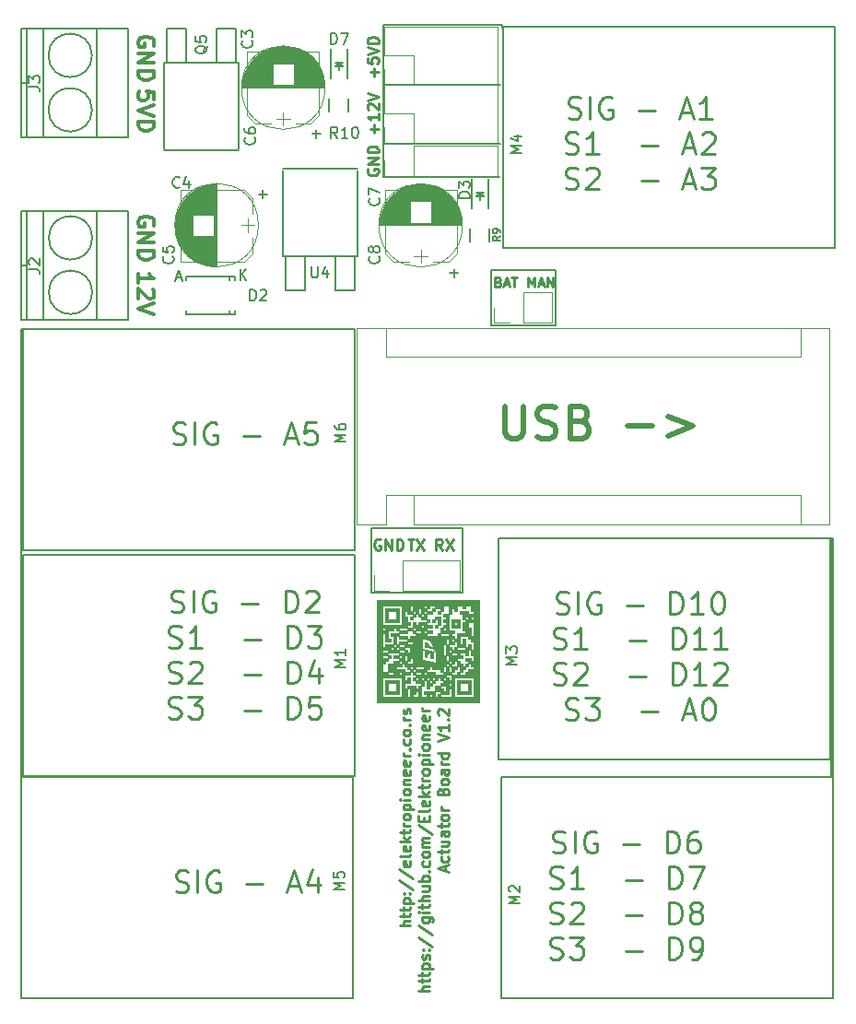
<source format=gto>
G04 #@! TF.FileFunction,Legend,Top*
%FSLAX46Y46*%
G04 Gerber Fmt 4.6, Leading zero omitted, Abs format (unit mm)*
G04 Created by KiCad (PCBNEW 4.0.6+dfsg1-1) date Mon Feb 26 15:31:38 2018*
%MOMM*%
%LPD*%
G01*
G04 APERTURE LIST*
%ADD10C,0.100000*%
%ADD11C,0.500000*%
%ADD12C,0.200000*%
%ADD13C,0.250000*%
%ADD14C,0.225000*%
%ADD15C,0.300000*%
%ADD16C,0.150000*%
%ADD17C,0.120000*%
%ADD18C,0.010000*%
G04 APERTURE END LIST*
D10*
D11*
X44786043Y54589157D02*
X44786043Y52160586D01*
X44928900Y51874871D01*
X45071757Y51732014D01*
X45357471Y51589157D01*
X45928900Y51589157D01*
X46214614Y51732014D01*
X46357471Y51874871D01*
X46500328Y52160586D01*
X46500328Y54589157D01*
X47786043Y51732014D02*
X48214614Y51589157D01*
X48928900Y51589157D01*
X49214614Y51732014D01*
X49357471Y51874871D01*
X49500328Y52160586D01*
X49500328Y52446300D01*
X49357471Y52732014D01*
X49214614Y52874871D01*
X48928900Y53017729D01*
X48357471Y53160586D01*
X48071757Y53303443D01*
X47928900Y53446300D01*
X47786043Y53732014D01*
X47786043Y54017729D01*
X47928900Y54303443D01*
X48071757Y54446300D01*
X48357471Y54589157D01*
X49071757Y54589157D01*
X49500328Y54446300D01*
X51786043Y53160586D02*
X52214614Y53017729D01*
X52357471Y52874871D01*
X52500328Y52589157D01*
X52500328Y52160586D01*
X52357471Y51874871D01*
X52214614Y51732014D01*
X51928900Y51589157D01*
X50786043Y51589157D01*
X50786043Y54589157D01*
X51786043Y54589157D01*
X52071757Y54446300D01*
X52214614Y54303443D01*
X52357471Y54017729D01*
X52357471Y53732014D01*
X52214614Y53446300D01*
X52071757Y53303443D01*
X51786043Y53160586D01*
X50786043Y53160586D01*
X56071757Y52732014D02*
X58357471Y52732014D01*
X59786043Y53589157D02*
X62071757Y52732014D01*
X59786043Y51874871D01*
D12*
X74803000Y20586700D02*
X74853800Y20586700D01*
X74803000Y42379900D02*
X74803000Y20586700D01*
X74701400Y42481500D02*
X74803000Y42379900D01*
X74955400Y42481500D02*
X74701400Y42481500D01*
X74955400Y42430700D02*
X74955400Y42481500D01*
X74955400Y215900D02*
X74955400Y42430700D01*
X381000Y61633100D02*
X736600Y61633100D01*
X381000Y165100D02*
X381000Y61633100D01*
D13*
X49194295Y13628576D02*
X49480010Y13533338D01*
X49956200Y13533338D01*
X50146676Y13628576D01*
X50241914Y13723814D01*
X50337153Y13914290D01*
X50337153Y14104767D01*
X50241914Y14295243D01*
X50146676Y14390481D01*
X49956200Y14485719D01*
X49575248Y14580957D01*
X49384772Y14676195D01*
X49289533Y14771433D01*
X49194295Y14961910D01*
X49194295Y15152386D01*
X49289533Y15342862D01*
X49384772Y15438100D01*
X49575248Y15533338D01*
X50051438Y15533338D01*
X50337153Y15438100D01*
X51194295Y13533338D02*
X51194295Y15533338D01*
X53194296Y15438100D02*
X53003819Y15533338D01*
X52718105Y15533338D01*
X52432391Y15438100D01*
X52241915Y15247624D01*
X52146676Y15057148D01*
X52051438Y14676195D01*
X52051438Y14390481D01*
X52146676Y14009529D01*
X52241915Y13819052D01*
X52432391Y13628576D01*
X52718105Y13533338D01*
X52908581Y13533338D01*
X53194296Y13628576D01*
X53289534Y13723814D01*
X53289534Y14390481D01*
X52908581Y14390481D01*
X55670486Y14295243D02*
X57194296Y14295243D01*
X59670486Y13533338D02*
X59670486Y15533338D01*
X60146677Y15533338D01*
X60432391Y15438100D01*
X60622867Y15247624D01*
X60718106Y15057148D01*
X60813344Y14676195D01*
X60813344Y14390481D01*
X60718106Y14009529D01*
X60622867Y13819052D01*
X60432391Y13628576D01*
X60146677Y13533338D01*
X59670486Y13533338D01*
X62527629Y15533338D02*
X62146677Y15533338D01*
X61956201Y15438100D01*
X61860963Y15342862D01*
X61670486Y15057148D01*
X61575248Y14676195D01*
X61575248Y13914290D01*
X61670486Y13723814D01*
X61765725Y13628576D01*
X61956201Y13533338D01*
X62337153Y13533338D01*
X62527629Y13628576D01*
X62622867Y13723814D01*
X62718106Y13914290D01*
X62718106Y14390481D01*
X62622867Y14580957D01*
X62527629Y14676195D01*
X62337153Y14771433D01*
X61956201Y14771433D01*
X61765725Y14676195D01*
X61670486Y14580957D01*
X61575248Y14390481D01*
X48956199Y10378576D02*
X49241914Y10283338D01*
X49718104Y10283338D01*
X49908580Y10378576D01*
X50003818Y10473814D01*
X50099057Y10664290D01*
X50099057Y10854767D01*
X50003818Y11045243D01*
X49908580Y11140481D01*
X49718104Y11235719D01*
X49337152Y11330957D01*
X49146676Y11426195D01*
X49051437Y11521433D01*
X48956199Y11711910D01*
X48956199Y11902386D01*
X49051437Y12092862D01*
X49146676Y12188100D01*
X49337152Y12283338D01*
X49813342Y12283338D01*
X50099057Y12188100D01*
X52003819Y10283338D02*
X50860961Y10283338D01*
X51432390Y10283338D02*
X51432390Y12283338D01*
X51241914Y11997624D01*
X51051438Y11807148D01*
X50860961Y11711910D01*
X55908581Y11045243D02*
X57432391Y11045243D01*
X59908581Y10283338D02*
X59908581Y12283338D01*
X60384772Y12283338D01*
X60670486Y12188100D01*
X60860962Y11997624D01*
X60956201Y11807148D01*
X61051439Y11426195D01*
X61051439Y11140481D01*
X60956201Y10759529D01*
X60860962Y10569052D01*
X60670486Y10378576D01*
X60384772Y10283338D01*
X59908581Y10283338D01*
X61718105Y12283338D02*
X63051439Y12283338D01*
X62194296Y10283338D01*
X48956199Y7128576D02*
X49241914Y7033338D01*
X49718104Y7033338D01*
X49908580Y7128576D01*
X50003818Y7223814D01*
X50099057Y7414290D01*
X50099057Y7604767D01*
X50003818Y7795243D01*
X49908580Y7890481D01*
X49718104Y7985719D01*
X49337152Y8080957D01*
X49146676Y8176195D01*
X49051437Y8271433D01*
X48956199Y8461910D01*
X48956199Y8652386D01*
X49051437Y8842862D01*
X49146676Y8938100D01*
X49337152Y9033338D01*
X49813342Y9033338D01*
X50099057Y8938100D01*
X50860961Y8842862D02*
X50956199Y8938100D01*
X51146676Y9033338D01*
X51622866Y9033338D01*
X51813342Y8938100D01*
X51908580Y8842862D01*
X52003819Y8652386D01*
X52003819Y8461910D01*
X51908580Y8176195D01*
X50765723Y7033338D01*
X52003819Y7033338D01*
X55908581Y7795243D02*
X57432391Y7795243D01*
X59908581Y7033338D02*
X59908581Y9033338D01*
X60384772Y9033338D01*
X60670486Y8938100D01*
X60860962Y8747624D01*
X60956201Y8557148D01*
X61051439Y8176195D01*
X61051439Y7890481D01*
X60956201Y7509529D01*
X60860962Y7319052D01*
X60670486Y7128576D01*
X60384772Y7033338D01*
X59908581Y7033338D01*
X62194296Y8176195D02*
X62003820Y8271433D01*
X61908581Y8366671D01*
X61813343Y8557148D01*
X61813343Y8652386D01*
X61908581Y8842862D01*
X62003820Y8938100D01*
X62194296Y9033338D01*
X62575248Y9033338D01*
X62765724Y8938100D01*
X62860962Y8842862D01*
X62956201Y8652386D01*
X62956201Y8557148D01*
X62860962Y8366671D01*
X62765724Y8271433D01*
X62575248Y8176195D01*
X62194296Y8176195D01*
X62003820Y8080957D01*
X61908581Y7985719D01*
X61813343Y7795243D01*
X61813343Y7414290D01*
X61908581Y7223814D01*
X62003820Y7128576D01*
X62194296Y7033338D01*
X62575248Y7033338D01*
X62765724Y7128576D01*
X62860962Y7223814D01*
X62956201Y7414290D01*
X62956201Y7795243D01*
X62860962Y7985719D01*
X62765724Y8080957D01*
X62575248Y8176195D01*
X48956199Y3878576D02*
X49241914Y3783338D01*
X49718104Y3783338D01*
X49908580Y3878576D01*
X50003818Y3973814D01*
X50099057Y4164290D01*
X50099057Y4354767D01*
X50003818Y4545243D01*
X49908580Y4640481D01*
X49718104Y4735719D01*
X49337152Y4830957D01*
X49146676Y4926195D01*
X49051437Y5021433D01*
X48956199Y5211910D01*
X48956199Y5402386D01*
X49051437Y5592862D01*
X49146676Y5688100D01*
X49337152Y5783338D01*
X49813342Y5783338D01*
X50099057Y5688100D01*
X50765723Y5783338D02*
X52003819Y5783338D01*
X51337152Y5021433D01*
X51622866Y5021433D01*
X51813342Y4926195D01*
X51908580Y4830957D01*
X52003819Y4640481D01*
X52003819Y4164290D01*
X51908580Y3973814D01*
X51813342Y3878576D01*
X51622866Y3783338D01*
X51051438Y3783338D01*
X50860961Y3878576D01*
X50765723Y3973814D01*
X55908581Y4545243D02*
X57432391Y4545243D01*
X59908581Y3783338D02*
X59908581Y5783338D01*
X60384772Y5783338D01*
X60670486Y5688100D01*
X60860962Y5497624D01*
X60956201Y5307148D01*
X61051439Y4926195D01*
X61051439Y4640481D01*
X60956201Y4259529D01*
X60860962Y4069052D01*
X60670486Y3878576D01*
X60384772Y3783338D01*
X59908581Y3783338D01*
X62003820Y3783338D02*
X62384772Y3783338D01*
X62575248Y3878576D01*
X62670486Y3973814D01*
X62860962Y4259529D01*
X62956201Y4640481D01*
X62956201Y5402386D01*
X62860962Y5592862D01*
X62765724Y5688100D01*
X62575248Y5783338D01*
X62194296Y5783338D01*
X62003820Y5688100D01*
X61908581Y5592862D01*
X61813343Y5402386D01*
X61813343Y4926195D01*
X61908581Y4735719D01*
X62003820Y4640481D01*
X62194296Y4545243D01*
X62575248Y4545243D01*
X62765724Y4640481D01*
X62860962Y4735719D01*
X62956201Y4926195D01*
X49511914Y35599576D02*
X49797629Y35504338D01*
X50273819Y35504338D01*
X50464295Y35599576D01*
X50559533Y35694814D01*
X50654772Y35885290D01*
X50654772Y36075767D01*
X50559533Y36266243D01*
X50464295Y36361481D01*
X50273819Y36456719D01*
X49892867Y36551957D01*
X49702391Y36647195D01*
X49607152Y36742433D01*
X49511914Y36932910D01*
X49511914Y37123386D01*
X49607152Y37313862D01*
X49702391Y37409100D01*
X49892867Y37504338D01*
X50369057Y37504338D01*
X50654772Y37409100D01*
X51511914Y35504338D02*
X51511914Y37504338D01*
X53511915Y37409100D02*
X53321438Y37504338D01*
X53035724Y37504338D01*
X52750010Y37409100D01*
X52559534Y37218624D01*
X52464295Y37028148D01*
X52369057Y36647195D01*
X52369057Y36361481D01*
X52464295Y35980529D01*
X52559534Y35790052D01*
X52750010Y35599576D01*
X53035724Y35504338D01*
X53226200Y35504338D01*
X53511915Y35599576D01*
X53607153Y35694814D01*
X53607153Y36361481D01*
X53226200Y36361481D01*
X55988105Y36266243D02*
X57511915Y36266243D01*
X59988105Y35504338D02*
X59988105Y37504338D01*
X60464296Y37504338D01*
X60750010Y37409100D01*
X60940486Y37218624D01*
X61035725Y37028148D01*
X61130963Y36647195D01*
X61130963Y36361481D01*
X61035725Y35980529D01*
X60940486Y35790052D01*
X60750010Y35599576D01*
X60464296Y35504338D01*
X59988105Y35504338D01*
X63035725Y35504338D02*
X61892867Y35504338D01*
X62464296Y35504338D02*
X62464296Y37504338D01*
X62273820Y37218624D01*
X62083344Y37028148D01*
X61892867Y36932910D01*
X64273820Y37504338D02*
X64464296Y37504338D01*
X64654772Y37409100D01*
X64750010Y37313862D01*
X64845248Y37123386D01*
X64940487Y36742433D01*
X64940487Y36266243D01*
X64845248Y35885290D01*
X64750010Y35694814D01*
X64654772Y35599576D01*
X64464296Y35504338D01*
X64273820Y35504338D01*
X64083344Y35599576D01*
X63988106Y35694814D01*
X63892867Y35885290D01*
X63797629Y36266243D01*
X63797629Y36742433D01*
X63892867Y37123386D01*
X63988106Y37313862D01*
X64083344Y37409100D01*
X64273820Y37504338D01*
X49273818Y32349576D02*
X49559533Y32254338D01*
X50035723Y32254338D01*
X50226199Y32349576D01*
X50321437Y32444814D01*
X50416676Y32635290D01*
X50416676Y32825767D01*
X50321437Y33016243D01*
X50226199Y33111481D01*
X50035723Y33206719D01*
X49654771Y33301957D01*
X49464295Y33397195D01*
X49369056Y33492433D01*
X49273818Y33682910D01*
X49273818Y33873386D01*
X49369056Y34063862D01*
X49464295Y34159100D01*
X49654771Y34254338D01*
X50130961Y34254338D01*
X50416676Y34159100D01*
X52321438Y32254338D02*
X51178580Y32254338D01*
X51750009Y32254338D02*
X51750009Y34254338D01*
X51559533Y33968624D01*
X51369057Y33778148D01*
X51178580Y33682910D01*
X56226200Y33016243D02*
X57750010Y33016243D01*
X60226200Y32254338D02*
X60226200Y34254338D01*
X60702391Y34254338D01*
X60988105Y34159100D01*
X61178581Y33968624D01*
X61273820Y33778148D01*
X61369058Y33397195D01*
X61369058Y33111481D01*
X61273820Y32730529D01*
X61178581Y32540052D01*
X60988105Y32349576D01*
X60702391Y32254338D01*
X60226200Y32254338D01*
X63273820Y32254338D02*
X62130962Y32254338D01*
X62702391Y32254338D02*
X62702391Y34254338D01*
X62511915Y33968624D01*
X62321439Y33778148D01*
X62130962Y33682910D01*
X65178582Y32254338D02*
X64035724Y32254338D01*
X64607153Y32254338D02*
X64607153Y34254338D01*
X64416677Y33968624D01*
X64226201Y33778148D01*
X64035724Y33682910D01*
X49273818Y29099576D02*
X49559533Y29004338D01*
X50035723Y29004338D01*
X50226199Y29099576D01*
X50321437Y29194814D01*
X50416676Y29385290D01*
X50416676Y29575767D01*
X50321437Y29766243D01*
X50226199Y29861481D01*
X50035723Y29956719D01*
X49654771Y30051957D01*
X49464295Y30147195D01*
X49369056Y30242433D01*
X49273818Y30432910D01*
X49273818Y30623386D01*
X49369056Y30813862D01*
X49464295Y30909100D01*
X49654771Y31004338D01*
X50130961Y31004338D01*
X50416676Y30909100D01*
X51178580Y30813862D02*
X51273818Y30909100D01*
X51464295Y31004338D01*
X51940485Y31004338D01*
X52130961Y30909100D01*
X52226199Y30813862D01*
X52321438Y30623386D01*
X52321438Y30432910D01*
X52226199Y30147195D01*
X51083342Y29004338D01*
X52321438Y29004338D01*
X56226200Y29766243D02*
X57750010Y29766243D01*
X60226200Y29004338D02*
X60226200Y31004338D01*
X60702391Y31004338D01*
X60988105Y30909100D01*
X61178581Y30718624D01*
X61273820Y30528148D01*
X61369058Y30147195D01*
X61369058Y29861481D01*
X61273820Y29480529D01*
X61178581Y29290052D01*
X60988105Y29099576D01*
X60702391Y29004338D01*
X60226200Y29004338D01*
X63273820Y29004338D02*
X62130962Y29004338D01*
X62702391Y29004338D02*
X62702391Y31004338D01*
X62511915Y30718624D01*
X62321439Y30528148D01*
X62130962Y30432910D01*
X64035724Y30813862D02*
X64130962Y30909100D01*
X64321439Y31004338D01*
X64797629Y31004338D01*
X64988105Y30909100D01*
X65083343Y30813862D01*
X65178582Y30623386D01*
X65178582Y30432910D01*
X65083343Y30147195D01*
X63940486Y29004338D01*
X65178582Y29004338D01*
X50369056Y25849576D02*
X50654771Y25754338D01*
X51130961Y25754338D01*
X51321437Y25849576D01*
X51416675Y25944814D01*
X51511914Y26135290D01*
X51511914Y26325767D01*
X51416675Y26516243D01*
X51321437Y26611481D01*
X51130961Y26706719D01*
X50750009Y26801957D01*
X50559533Y26897195D01*
X50464294Y26992433D01*
X50369056Y27182910D01*
X50369056Y27373386D01*
X50464294Y27563862D01*
X50559533Y27659100D01*
X50750009Y27754338D01*
X51226199Y27754338D01*
X51511914Y27659100D01*
X52178580Y27754338D02*
X53416676Y27754338D01*
X52750009Y26992433D01*
X53035723Y26992433D01*
X53226199Y26897195D01*
X53321437Y26801957D01*
X53416676Y26611481D01*
X53416676Y26135290D01*
X53321437Y25944814D01*
X53226199Y25849576D01*
X53035723Y25754338D01*
X52464295Y25754338D01*
X52273818Y25849576D01*
X52178580Y25944814D01*
X57321438Y26516243D02*
X58845248Y26516243D01*
X61226200Y26325767D02*
X62178581Y26325767D01*
X61035724Y25754338D02*
X61702391Y27754338D01*
X62369058Y25754338D01*
X63416677Y27754338D02*
X63607153Y27754338D01*
X63797629Y27659100D01*
X63892867Y27563862D01*
X63988105Y27373386D01*
X64083344Y26992433D01*
X64083344Y26516243D01*
X63988105Y26135290D01*
X63892867Y25944814D01*
X63797629Y25849576D01*
X63607153Y25754338D01*
X63416677Y25754338D01*
X63226201Y25849576D01*
X63130963Y25944814D01*
X63035724Y26135290D01*
X62940486Y26516243D01*
X62940486Y26992433D01*
X63035724Y27373386D01*
X63130963Y27563862D01*
X63226201Y27659100D01*
X63416677Y27754338D01*
X14539152Y10023576D02*
X14824867Y9928338D01*
X15301057Y9928338D01*
X15491533Y10023576D01*
X15586771Y10118814D01*
X15682010Y10309290D01*
X15682010Y10499767D01*
X15586771Y10690243D01*
X15491533Y10785481D01*
X15301057Y10880719D01*
X14920105Y10975957D01*
X14729629Y11071195D01*
X14634390Y11166433D01*
X14539152Y11356910D01*
X14539152Y11547386D01*
X14634390Y11737862D01*
X14729629Y11833100D01*
X14920105Y11928338D01*
X15396295Y11928338D01*
X15682010Y11833100D01*
X16539152Y9928338D02*
X16539152Y11928338D01*
X18539153Y11833100D02*
X18348676Y11928338D01*
X18062962Y11928338D01*
X17777248Y11833100D01*
X17586772Y11642624D01*
X17491533Y11452148D01*
X17396295Y11071195D01*
X17396295Y10785481D01*
X17491533Y10404529D01*
X17586772Y10214052D01*
X17777248Y10023576D01*
X18062962Y9928338D01*
X18253438Y9928338D01*
X18539153Y10023576D01*
X18634391Y10118814D01*
X18634391Y10785481D01*
X18253438Y10785481D01*
X21015343Y10690243D02*
X22539153Y10690243D01*
X24920105Y10499767D02*
X25872486Y10499767D01*
X24729629Y9928338D02*
X25396296Y11928338D01*
X26062963Y9928338D01*
X27586772Y11261671D02*
X27586772Y9928338D01*
X27110582Y12023576D02*
X26634391Y10595005D01*
X27872487Y10595005D01*
X14142295Y35726576D02*
X14428010Y35631338D01*
X14904200Y35631338D01*
X15094676Y35726576D01*
X15189914Y35821814D01*
X15285153Y36012290D01*
X15285153Y36202767D01*
X15189914Y36393243D01*
X15094676Y36488481D01*
X14904200Y36583719D01*
X14523248Y36678957D01*
X14332772Y36774195D01*
X14237533Y36869433D01*
X14142295Y37059910D01*
X14142295Y37250386D01*
X14237533Y37440862D01*
X14332772Y37536100D01*
X14523248Y37631338D01*
X14999438Y37631338D01*
X15285153Y37536100D01*
X16142295Y35631338D02*
X16142295Y37631338D01*
X18142296Y37536100D02*
X17951819Y37631338D01*
X17666105Y37631338D01*
X17380391Y37536100D01*
X17189915Y37345624D01*
X17094676Y37155148D01*
X16999438Y36774195D01*
X16999438Y36488481D01*
X17094676Y36107529D01*
X17189915Y35917052D01*
X17380391Y35726576D01*
X17666105Y35631338D01*
X17856581Y35631338D01*
X18142296Y35726576D01*
X18237534Y35821814D01*
X18237534Y36488481D01*
X17856581Y36488481D01*
X20618486Y36393243D02*
X22142296Y36393243D01*
X24618486Y35631338D02*
X24618486Y37631338D01*
X25094677Y37631338D01*
X25380391Y37536100D01*
X25570867Y37345624D01*
X25666106Y37155148D01*
X25761344Y36774195D01*
X25761344Y36488481D01*
X25666106Y36107529D01*
X25570867Y35917052D01*
X25380391Y35726576D01*
X25094677Y35631338D01*
X24618486Y35631338D01*
X26523248Y37440862D02*
X26618486Y37536100D01*
X26808963Y37631338D01*
X27285153Y37631338D01*
X27475629Y37536100D01*
X27570867Y37440862D01*
X27666106Y37250386D01*
X27666106Y37059910D01*
X27570867Y36774195D01*
X26428010Y35631338D01*
X27666106Y35631338D01*
X13904199Y32476576D02*
X14189914Y32381338D01*
X14666104Y32381338D01*
X14856580Y32476576D01*
X14951818Y32571814D01*
X15047057Y32762290D01*
X15047057Y32952767D01*
X14951818Y33143243D01*
X14856580Y33238481D01*
X14666104Y33333719D01*
X14285152Y33428957D01*
X14094676Y33524195D01*
X13999437Y33619433D01*
X13904199Y33809910D01*
X13904199Y34000386D01*
X13999437Y34190862D01*
X14094676Y34286100D01*
X14285152Y34381338D01*
X14761342Y34381338D01*
X15047057Y34286100D01*
X16951819Y32381338D02*
X15808961Y32381338D01*
X16380390Y32381338D02*
X16380390Y34381338D01*
X16189914Y34095624D01*
X15999438Y33905148D01*
X15808961Y33809910D01*
X20856581Y33143243D02*
X22380391Y33143243D01*
X24856581Y32381338D02*
X24856581Y34381338D01*
X25332772Y34381338D01*
X25618486Y34286100D01*
X25808962Y34095624D01*
X25904201Y33905148D01*
X25999439Y33524195D01*
X25999439Y33238481D01*
X25904201Y32857529D01*
X25808962Y32667052D01*
X25618486Y32476576D01*
X25332772Y32381338D01*
X24856581Y32381338D01*
X26666105Y34381338D02*
X27904201Y34381338D01*
X27237534Y33619433D01*
X27523248Y33619433D01*
X27713724Y33524195D01*
X27808962Y33428957D01*
X27904201Y33238481D01*
X27904201Y32762290D01*
X27808962Y32571814D01*
X27713724Y32476576D01*
X27523248Y32381338D01*
X26951820Y32381338D01*
X26761343Y32476576D01*
X26666105Y32571814D01*
X13904199Y29226576D02*
X14189914Y29131338D01*
X14666104Y29131338D01*
X14856580Y29226576D01*
X14951818Y29321814D01*
X15047057Y29512290D01*
X15047057Y29702767D01*
X14951818Y29893243D01*
X14856580Y29988481D01*
X14666104Y30083719D01*
X14285152Y30178957D01*
X14094676Y30274195D01*
X13999437Y30369433D01*
X13904199Y30559910D01*
X13904199Y30750386D01*
X13999437Y30940862D01*
X14094676Y31036100D01*
X14285152Y31131338D01*
X14761342Y31131338D01*
X15047057Y31036100D01*
X15808961Y30940862D02*
X15904199Y31036100D01*
X16094676Y31131338D01*
X16570866Y31131338D01*
X16761342Y31036100D01*
X16856580Y30940862D01*
X16951819Y30750386D01*
X16951819Y30559910D01*
X16856580Y30274195D01*
X15713723Y29131338D01*
X16951819Y29131338D01*
X20856581Y29893243D02*
X22380391Y29893243D01*
X24856581Y29131338D02*
X24856581Y31131338D01*
X25332772Y31131338D01*
X25618486Y31036100D01*
X25808962Y30845624D01*
X25904201Y30655148D01*
X25999439Y30274195D01*
X25999439Y29988481D01*
X25904201Y29607529D01*
X25808962Y29417052D01*
X25618486Y29226576D01*
X25332772Y29131338D01*
X24856581Y29131338D01*
X27713724Y30464671D02*
X27713724Y29131338D01*
X27237534Y31226576D02*
X26761343Y29798005D01*
X27999439Y29798005D01*
X13904199Y25976576D02*
X14189914Y25881338D01*
X14666104Y25881338D01*
X14856580Y25976576D01*
X14951818Y26071814D01*
X15047057Y26262290D01*
X15047057Y26452767D01*
X14951818Y26643243D01*
X14856580Y26738481D01*
X14666104Y26833719D01*
X14285152Y26928957D01*
X14094676Y27024195D01*
X13999437Y27119433D01*
X13904199Y27309910D01*
X13904199Y27500386D01*
X13999437Y27690862D01*
X14094676Y27786100D01*
X14285152Y27881338D01*
X14761342Y27881338D01*
X15047057Y27786100D01*
X15713723Y27881338D02*
X16951819Y27881338D01*
X16285152Y27119433D01*
X16570866Y27119433D01*
X16761342Y27024195D01*
X16856580Y26928957D01*
X16951819Y26738481D01*
X16951819Y26262290D01*
X16856580Y26071814D01*
X16761342Y25976576D01*
X16570866Y25881338D01*
X15999438Y25881338D01*
X15808961Y25976576D01*
X15713723Y26071814D01*
X20856581Y26643243D02*
X22380391Y26643243D01*
X24856581Y25881338D02*
X24856581Y27881338D01*
X25332772Y27881338D01*
X25618486Y27786100D01*
X25808962Y27595624D01*
X25904201Y27405148D01*
X25999439Y27024195D01*
X25999439Y26738481D01*
X25904201Y26357529D01*
X25808962Y26167052D01*
X25618486Y25976576D01*
X25332772Y25881338D01*
X24856581Y25881338D01*
X27808962Y27881338D02*
X26856581Y27881338D01*
X26761343Y26928957D01*
X26856581Y27024195D01*
X27047058Y27119433D01*
X27523248Y27119433D01*
X27713724Y27024195D01*
X27808962Y26928957D01*
X27904201Y26738481D01*
X27904201Y26262290D01*
X27808962Y26071814D01*
X27713724Y25976576D01*
X27523248Y25881338D01*
X27047058Y25881338D01*
X26856581Y25976576D01*
X26761343Y26071814D01*
X14285152Y51171576D02*
X14570867Y51076338D01*
X15047057Y51076338D01*
X15237533Y51171576D01*
X15332771Y51266814D01*
X15428010Y51457290D01*
X15428010Y51647767D01*
X15332771Y51838243D01*
X15237533Y51933481D01*
X15047057Y52028719D01*
X14666105Y52123957D01*
X14475629Y52219195D01*
X14380390Y52314433D01*
X14285152Y52504910D01*
X14285152Y52695386D01*
X14380390Y52885862D01*
X14475629Y52981100D01*
X14666105Y53076338D01*
X15142295Y53076338D01*
X15428010Y52981100D01*
X16285152Y51076338D02*
X16285152Y53076338D01*
X18285153Y52981100D02*
X18094676Y53076338D01*
X17808962Y53076338D01*
X17523248Y52981100D01*
X17332772Y52790624D01*
X17237533Y52600148D01*
X17142295Y52219195D01*
X17142295Y51933481D01*
X17237533Y51552529D01*
X17332772Y51362052D01*
X17523248Y51171576D01*
X17808962Y51076338D01*
X17999438Y51076338D01*
X18285153Y51171576D01*
X18380391Y51266814D01*
X18380391Y51933481D01*
X17999438Y51933481D01*
X20761343Y51838243D02*
X22285153Y51838243D01*
X24666105Y51647767D02*
X25618486Y51647767D01*
X24475629Y51076338D02*
X25142296Y53076338D01*
X25808963Y51076338D01*
X27428010Y53076338D02*
X26475629Y53076338D01*
X26380391Y52123957D01*
X26475629Y52219195D01*
X26666106Y52314433D01*
X27142296Y52314433D01*
X27332772Y52219195D01*
X27428010Y52123957D01*
X27523249Y51933481D01*
X27523249Y51457290D01*
X27428010Y51266814D01*
X27332772Y51171576D01*
X27142296Y51076338D01*
X26666106Y51076338D01*
X26475629Y51171576D01*
X26380391Y51266814D01*
X50607152Y81091576D02*
X50892867Y80996338D01*
X51369057Y80996338D01*
X51559533Y81091576D01*
X51654771Y81186814D01*
X51750010Y81377290D01*
X51750010Y81567767D01*
X51654771Y81758243D01*
X51559533Y81853481D01*
X51369057Y81948719D01*
X50988105Y82043957D01*
X50797629Y82139195D01*
X50702390Y82234433D01*
X50607152Y82424910D01*
X50607152Y82615386D01*
X50702390Y82805862D01*
X50797629Y82901100D01*
X50988105Y82996338D01*
X51464295Y82996338D01*
X51750010Y82901100D01*
X52607152Y80996338D02*
X52607152Y82996338D01*
X54607153Y82901100D02*
X54416676Y82996338D01*
X54130962Y82996338D01*
X53845248Y82901100D01*
X53654772Y82710624D01*
X53559533Y82520148D01*
X53464295Y82139195D01*
X53464295Y81853481D01*
X53559533Y81472529D01*
X53654772Y81282052D01*
X53845248Y81091576D01*
X54130962Y80996338D01*
X54321438Y80996338D01*
X54607153Y81091576D01*
X54702391Y81186814D01*
X54702391Y81853481D01*
X54321438Y81853481D01*
X57083343Y81758243D02*
X58607153Y81758243D01*
X60988105Y81567767D02*
X61940486Y81567767D01*
X60797629Y80996338D02*
X61464296Y82996338D01*
X62130963Y80996338D01*
X63845249Y80996338D02*
X62702391Y80996338D01*
X63273820Y80996338D02*
X63273820Y82996338D01*
X63083344Y82710624D01*
X62892868Y82520148D01*
X62702391Y82424910D01*
X50369056Y77841576D02*
X50654771Y77746338D01*
X51130961Y77746338D01*
X51321437Y77841576D01*
X51416675Y77936814D01*
X51511914Y78127290D01*
X51511914Y78317767D01*
X51416675Y78508243D01*
X51321437Y78603481D01*
X51130961Y78698719D01*
X50750009Y78793957D01*
X50559533Y78889195D01*
X50464294Y78984433D01*
X50369056Y79174910D01*
X50369056Y79365386D01*
X50464294Y79555862D01*
X50559533Y79651100D01*
X50750009Y79746338D01*
X51226199Y79746338D01*
X51511914Y79651100D01*
X53416676Y77746338D02*
X52273818Y77746338D01*
X52845247Y77746338D02*
X52845247Y79746338D01*
X52654771Y79460624D01*
X52464295Y79270148D01*
X52273818Y79174910D01*
X57321438Y78508243D02*
X58845248Y78508243D01*
X61226200Y78317767D02*
X62178581Y78317767D01*
X61035724Y77746338D02*
X61702391Y79746338D01*
X62369058Y77746338D01*
X62940486Y79555862D02*
X63035724Y79651100D01*
X63226201Y79746338D01*
X63702391Y79746338D01*
X63892867Y79651100D01*
X63988105Y79555862D01*
X64083344Y79365386D01*
X64083344Y79174910D01*
X63988105Y78889195D01*
X62845248Y77746338D01*
X64083344Y77746338D01*
X50369056Y74591576D02*
X50654771Y74496338D01*
X51130961Y74496338D01*
X51321437Y74591576D01*
X51416675Y74686814D01*
X51511914Y74877290D01*
X51511914Y75067767D01*
X51416675Y75258243D01*
X51321437Y75353481D01*
X51130961Y75448719D01*
X50750009Y75543957D01*
X50559533Y75639195D01*
X50464294Y75734433D01*
X50369056Y75924910D01*
X50369056Y76115386D01*
X50464294Y76305862D01*
X50559533Y76401100D01*
X50750009Y76496338D01*
X51226199Y76496338D01*
X51511914Y76401100D01*
X52273818Y76305862D02*
X52369056Y76401100D01*
X52559533Y76496338D01*
X53035723Y76496338D01*
X53226199Y76401100D01*
X53321437Y76305862D01*
X53416676Y76115386D01*
X53416676Y75924910D01*
X53321437Y75639195D01*
X52178580Y74496338D01*
X53416676Y74496338D01*
X57321438Y75258243D02*
X58845248Y75258243D01*
X61226200Y75067767D02*
X62178581Y75067767D01*
X61035724Y74496338D02*
X61702391Y76496338D01*
X62369058Y74496338D01*
X62845248Y76496338D02*
X64083344Y76496338D01*
X63416677Y75734433D01*
X63702391Y75734433D01*
X63892867Y75639195D01*
X63988105Y75543957D01*
X64083344Y75353481D01*
X64083344Y74877290D01*
X63988105Y74686814D01*
X63892867Y74591576D01*
X63702391Y74496338D01*
X63130963Y74496338D01*
X62940486Y74591576D01*
X62845248Y74686814D01*
X39025534Y41368719D02*
X38692200Y41844910D01*
X38454105Y41368719D02*
X38454105Y42368719D01*
X38835058Y42368719D01*
X38930296Y42321100D01*
X38977915Y42273481D01*
X39025534Y42178243D01*
X39025534Y42035386D01*
X38977915Y41940148D01*
X38930296Y41892529D01*
X38835058Y41844910D01*
X38454105Y41844910D01*
X39358867Y42368719D02*
X40025534Y41368719D01*
X40025534Y42368719D02*
X39358867Y41368719D01*
X35890295Y42368719D02*
X36461724Y42368719D01*
X36176009Y41368719D02*
X36176009Y42368719D01*
X36699819Y42368719D02*
X37366486Y41368719D01*
X37366486Y42368719D02*
X36699819Y41368719D01*
X33350296Y42321100D02*
X33255058Y42368719D01*
X33112201Y42368719D01*
X32969343Y42321100D01*
X32874105Y42225862D01*
X32826486Y42130624D01*
X32778867Y41940148D01*
X32778867Y41797290D01*
X32826486Y41606814D01*
X32874105Y41511576D01*
X32969343Y41416338D01*
X33112201Y41368719D01*
X33207439Y41368719D01*
X33350296Y41416338D01*
X33397915Y41463957D01*
X33397915Y41797290D01*
X33207439Y41797290D01*
X33826486Y41368719D02*
X33826486Y42368719D01*
X34397915Y41368719D01*
X34397915Y42368719D01*
X34874105Y41368719D02*
X34874105Y42368719D01*
X35112200Y42368719D01*
X35255058Y42321100D01*
X35350296Y42225862D01*
X35397915Y42130624D01*
X35445534Y41940148D01*
X35445534Y41797290D01*
X35397915Y41606814D01*
X35350296Y41511576D01*
X35255058Y41416338D01*
X35112200Y41368719D01*
X34874105Y41368719D01*
D12*
X32524700Y43345100D02*
X32524700Y37439600D01*
X32778700Y43345100D02*
X32524700Y43345100D01*
X40906700Y43345100D02*
X32778700Y43345100D01*
X40906700Y37439600D02*
X40906700Y43345100D01*
X32524700Y37439600D02*
X40906700Y37439600D01*
D14*
X44179629Y66015386D02*
X44308200Y65972529D01*
X44351057Y65929671D01*
X44393914Y65843957D01*
X44393914Y65715386D01*
X44351057Y65629671D01*
X44308200Y65586814D01*
X44222486Y65543957D01*
X43879629Y65543957D01*
X43879629Y66443957D01*
X44179629Y66443957D01*
X44265343Y66401100D01*
X44308200Y66358243D01*
X44351057Y66272529D01*
X44351057Y66186814D01*
X44308200Y66101100D01*
X44265343Y66058243D01*
X44179629Y66015386D01*
X43879629Y66015386D01*
X44736772Y65801100D02*
X45165343Y65801100D01*
X44651057Y65543957D02*
X44951057Y66443957D01*
X45251057Y65543957D01*
X45422486Y66443957D02*
X45936772Y66443957D01*
X45679629Y65543957D02*
X45679629Y66443957D01*
X46922486Y65543957D02*
X46922486Y66443957D01*
X47222486Y65801100D01*
X47522486Y66443957D01*
X47522486Y65543957D01*
X47908200Y65801100D02*
X48336771Y65801100D01*
X47822485Y65543957D02*
X48122485Y66443957D01*
X48422485Y65543957D01*
X48722486Y65543957D02*
X48722486Y66443957D01*
X49236771Y65543957D01*
X49236771Y66443957D01*
D12*
X43510200Y67094100D02*
X43510200Y62014100D01*
X49479200Y67094100D02*
X43510200Y67094100D01*
X49479200Y62014100D02*
X49479200Y67094100D01*
X43510200Y62014100D02*
X49479200Y62014100D01*
D13*
X36116581Y6866859D02*
X35116581Y6866859D01*
X36116581Y7295431D02*
X35592771Y7295431D01*
X35497533Y7247812D01*
X35449914Y7152574D01*
X35449914Y7009716D01*
X35497533Y6914478D01*
X35545152Y6866859D01*
X35449914Y7628764D02*
X35449914Y8009716D01*
X35116581Y7771621D02*
X35973724Y7771621D01*
X36068962Y7819240D01*
X36116581Y7914478D01*
X36116581Y8009716D01*
X35449914Y8200193D02*
X35449914Y8581145D01*
X35116581Y8343050D02*
X35973724Y8343050D01*
X36068962Y8390669D01*
X36116581Y8485907D01*
X36116581Y8581145D01*
X35449914Y8914479D02*
X36449914Y8914479D01*
X35497533Y8914479D02*
X35449914Y9009717D01*
X35449914Y9200194D01*
X35497533Y9295432D01*
X35545152Y9343051D01*
X35640390Y9390670D01*
X35926105Y9390670D01*
X36021343Y9343051D01*
X36068962Y9295432D01*
X36116581Y9200194D01*
X36116581Y9009717D01*
X36068962Y8914479D01*
X36021343Y9819241D02*
X36068962Y9866860D01*
X36116581Y9819241D01*
X36068962Y9771622D01*
X36021343Y9819241D01*
X36116581Y9819241D01*
X35497533Y9819241D02*
X35545152Y9866860D01*
X35592771Y9819241D01*
X35545152Y9771622D01*
X35497533Y9819241D01*
X35592771Y9819241D01*
X35068962Y11009717D02*
X36354676Y10152574D01*
X35068962Y12057336D02*
X36354676Y11200193D01*
X36068962Y12771622D02*
X36116581Y12676384D01*
X36116581Y12485907D01*
X36068962Y12390669D01*
X35973724Y12343050D01*
X35592771Y12343050D01*
X35497533Y12390669D01*
X35449914Y12485907D01*
X35449914Y12676384D01*
X35497533Y12771622D01*
X35592771Y12819241D01*
X35688010Y12819241D01*
X35783248Y12343050D01*
X36116581Y13390669D02*
X36068962Y13295431D01*
X35973724Y13247812D01*
X35116581Y13247812D01*
X36068962Y14152575D02*
X36116581Y14057337D01*
X36116581Y13866860D01*
X36068962Y13771622D01*
X35973724Y13724003D01*
X35592771Y13724003D01*
X35497533Y13771622D01*
X35449914Y13866860D01*
X35449914Y14057337D01*
X35497533Y14152575D01*
X35592771Y14200194D01*
X35688010Y14200194D01*
X35783248Y13724003D01*
X36116581Y14628765D02*
X35116581Y14628765D01*
X35735629Y14724003D02*
X36116581Y15009718D01*
X35449914Y15009718D02*
X35830867Y14628765D01*
X35449914Y15295432D02*
X35449914Y15676384D01*
X35116581Y15438289D02*
X35973724Y15438289D01*
X36068962Y15485908D01*
X36116581Y15581146D01*
X36116581Y15676384D01*
X36116581Y16009718D02*
X35449914Y16009718D01*
X35640390Y16009718D02*
X35545152Y16057337D01*
X35497533Y16104956D01*
X35449914Y16200194D01*
X35449914Y16295433D01*
X36116581Y16771623D02*
X36068962Y16676385D01*
X36021343Y16628766D01*
X35926105Y16581147D01*
X35640390Y16581147D01*
X35545152Y16628766D01*
X35497533Y16676385D01*
X35449914Y16771623D01*
X35449914Y16914481D01*
X35497533Y17009719D01*
X35545152Y17057338D01*
X35640390Y17104957D01*
X35926105Y17104957D01*
X36021343Y17057338D01*
X36068962Y17009719D01*
X36116581Y16914481D01*
X36116581Y16771623D01*
X35449914Y17533528D02*
X36449914Y17533528D01*
X35497533Y17533528D02*
X35449914Y17628766D01*
X35449914Y17819243D01*
X35497533Y17914481D01*
X35545152Y17962100D01*
X35640390Y18009719D01*
X35926105Y18009719D01*
X36021343Y17962100D01*
X36068962Y17914481D01*
X36116581Y17819243D01*
X36116581Y17628766D01*
X36068962Y17533528D01*
X36116581Y18438290D02*
X35449914Y18438290D01*
X35116581Y18438290D02*
X35164200Y18390671D01*
X35211819Y18438290D01*
X35164200Y18485909D01*
X35116581Y18438290D01*
X35211819Y18438290D01*
X36116581Y19057337D02*
X36068962Y18962099D01*
X36021343Y18914480D01*
X35926105Y18866861D01*
X35640390Y18866861D01*
X35545152Y18914480D01*
X35497533Y18962099D01*
X35449914Y19057337D01*
X35449914Y19200195D01*
X35497533Y19295433D01*
X35545152Y19343052D01*
X35640390Y19390671D01*
X35926105Y19390671D01*
X36021343Y19343052D01*
X36068962Y19295433D01*
X36116581Y19200195D01*
X36116581Y19057337D01*
X35449914Y19819242D02*
X36116581Y19819242D01*
X35545152Y19819242D02*
X35497533Y19866861D01*
X35449914Y19962099D01*
X35449914Y20104957D01*
X35497533Y20200195D01*
X35592771Y20247814D01*
X36116581Y20247814D01*
X36068962Y21104957D02*
X36116581Y21009719D01*
X36116581Y20819242D01*
X36068962Y20724004D01*
X35973724Y20676385D01*
X35592771Y20676385D01*
X35497533Y20724004D01*
X35449914Y20819242D01*
X35449914Y21009719D01*
X35497533Y21104957D01*
X35592771Y21152576D01*
X35688010Y21152576D01*
X35783248Y20676385D01*
X36068962Y21962100D02*
X36116581Y21866862D01*
X36116581Y21676385D01*
X36068962Y21581147D01*
X35973724Y21533528D01*
X35592771Y21533528D01*
X35497533Y21581147D01*
X35449914Y21676385D01*
X35449914Y21866862D01*
X35497533Y21962100D01*
X35592771Y22009719D01*
X35688010Y22009719D01*
X35783248Y21533528D01*
X36116581Y22438290D02*
X35449914Y22438290D01*
X35640390Y22438290D02*
X35545152Y22485909D01*
X35497533Y22533528D01*
X35449914Y22628766D01*
X35449914Y22724005D01*
X36021343Y23057338D02*
X36068962Y23104957D01*
X36116581Y23057338D01*
X36068962Y23009719D01*
X36021343Y23057338D01*
X36116581Y23057338D01*
X36068962Y23962100D02*
X36116581Y23866862D01*
X36116581Y23676385D01*
X36068962Y23581147D01*
X36021343Y23533528D01*
X35926105Y23485909D01*
X35640390Y23485909D01*
X35545152Y23533528D01*
X35497533Y23581147D01*
X35449914Y23676385D01*
X35449914Y23866862D01*
X35497533Y23962100D01*
X36116581Y24533528D02*
X36068962Y24438290D01*
X36021343Y24390671D01*
X35926105Y24343052D01*
X35640390Y24343052D01*
X35545152Y24390671D01*
X35497533Y24438290D01*
X35449914Y24533528D01*
X35449914Y24676386D01*
X35497533Y24771624D01*
X35545152Y24819243D01*
X35640390Y24866862D01*
X35926105Y24866862D01*
X36021343Y24819243D01*
X36068962Y24771624D01*
X36116581Y24676386D01*
X36116581Y24533528D01*
X36021343Y25295433D02*
X36068962Y25343052D01*
X36116581Y25295433D01*
X36068962Y25247814D01*
X36021343Y25295433D01*
X36116581Y25295433D01*
X36116581Y25771623D02*
X35449914Y25771623D01*
X35640390Y25771623D02*
X35545152Y25819242D01*
X35497533Y25866861D01*
X35449914Y25962099D01*
X35449914Y26057338D01*
X36068962Y26343052D02*
X36116581Y26438290D01*
X36116581Y26628766D01*
X36068962Y26724005D01*
X35973724Y26771624D01*
X35926105Y26771624D01*
X35830867Y26724005D01*
X35783248Y26628766D01*
X35783248Y26485909D01*
X35735629Y26390671D01*
X35640390Y26343052D01*
X35592771Y26343052D01*
X35497533Y26390671D01*
X35449914Y26485909D01*
X35449914Y26628766D01*
X35497533Y26724005D01*
X37866581Y866859D02*
X36866581Y866859D01*
X37866581Y1295431D02*
X37342771Y1295431D01*
X37247533Y1247812D01*
X37199914Y1152574D01*
X37199914Y1009716D01*
X37247533Y914478D01*
X37295152Y866859D01*
X37199914Y1628764D02*
X37199914Y2009716D01*
X36866581Y1771621D02*
X37723724Y1771621D01*
X37818962Y1819240D01*
X37866581Y1914478D01*
X37866581Y2009716D01*
X37199914Y2200193D02*
X37199914Y2581145D01*
X36866581Y2343050D02*
X37723724Y2343050D01*
X37818962Y2390669D01*
X37866581Y2485907D01*
X37866581Y2581145D01*
X37199914Y2914479D02*
X38199914Y2914479D01*
X37247533Y2914479D02*
X37199914Y3009717D01*
X37199914Y3200194D01*
X37247533Y3295432D01*
X37295152Y3343051D01*
X37390390Y3390670D01*
X37676105Y3390670D01*
X37771343Y3343051D01*
X37818962Y3295432D01*
X37866581Y3200194D01*
X37866581Y3009717D01*
X37818962Y2914479D01*
X37818962Y3771622D02*
X37866581Y3866860D01*
X37866581Y4057336D01*
X37818962Y4152575D01*
X37723724Y4200194D01*
X37676105Y4200194D01*
X37580867Y4152575D01*
X37533248Y4057336D01*
X37533248Y3914479D01*
X37485629Y3819241D01*
X37390390Y3771622D01*
X37342771Y3771622D01*
X37247533Y3819241D01*
X37199914Y3914479D01*
X37199914Y4057336D01*
X37247533Y4152575D01*
X37771343Y4628765D02*
X37818962Y4676384D01*
X37866581Y4628765D01*
X37818962Y4581146D01*
X37771343Y4628765D01*
X37866581Y4628765D01*
X37247533Y4628765D02*
X37295152Y4676384D01*
X37342771Y4628765D01*
X37295152Y4581146D01*
X37247533Y4628765D01*
X37342771Y4628765D01*
X36818962Y5819241D02*
X38104676Y4962098D01*
X36818962Y6866860D02*
X38104676Y6009717D01*
X37199914Y7628765D02*
X38009438Y7628765D01*
X38104676Y7581146D01*
X38152295Y7533527D01*
X38199914Y7438288D01*
X38199914Y7295431D01*
X38152295Y7200193D01*
X37818962Y7628765D02*
X37866581Y7533527D01*
X37866581Y7343050D01*
X37818962Y7247812D01*
X37771343Y7200193D01*
X37676105Y7152574D01*
X37390390Y7152574D01*
X37295152Y7200193D01*
X37247533Y7247812D01*
X37199914Y7343050D01*
X37199914Y7533527D01*
X37247533Y7628765D01*
X37866581Y8104955D02*
X37199914Y8104955D01*
X36866581Y8104955D02*
X36914200Y8057336D01*
X36961819Y8104955D01*
X36914200Y8152574D01*
X36866581Y8104955D01*
X36961819Y8104955D01*
X37199914Y8438288D02*
X37199914Y8819240D01*
X36866581Y8581145D02*
X37723724Y8581145D01*
X37818962Y8628764D01*
X37866581Y8724002D01*
X37866581Y8819240D01*
X37866581Y9152574D02*
X36866581Y9152574D01*
X37866581Y9581146D02*
X37342771Y9581146D01*
X37247533Y9533527D01*
X37199914Y9438289D01*
X37199914Y9295431D01*
X37247533Y9200193D01*
X37295152Y9152574D01*
X37199914Y10485908D02*
X37866581Y10485908D01*
X37199914Y10057336D02*
X37723724Y10057336D01*
X37818962Y10104955D01*
X37866581Y10200193D01*
X37866581Y10343051D01*
X37818962Y10438289D01*
X37771343Y10485908D01*
X37866581Y10962098D02*
X36866581Y10962098D01*
X37247533Y10962098D02*
X37199914Y11057336D01*
X37199914Y11247813D01*
X37247533Y11343051D01*
X37295152Y11390670D01*
X37390390Y11438289D01*
X37676105Y11438289D01*
X37771343Y11390670D01*
X37818962Y11343051D01*
X37866581Y11247813D01*
X37866581Y11057336D01*
X37818962Y10962098D01*
X37771343Y11866860D02*
X37818962Y11914479D01*
X37866581Y11866860D01*
X37818962Y11819241D01*
X37771343Y11866860D01*
X37866581Y11866860D01*
X37818962Y12771622D02*
X37866581Y12676384D01*
X37866581Y12485907D01*
X37818962Y12390669D01*
X37771343Y12343050D01*
X37676105Y12295431D01*
X37390390Y12295431D01*
X37295152Y12343050D01*
X37247533Y12390669D01*
X37199914Y12485907D01*
X37199914Y12676384D01*
X37247533Y12771622D01*
X37866581Y13343050D02*
X37818962Y13247812D01*
X37771343Y13200193D01*
X37676105Y13152574D01*
X37390390Y13152574D01*
X37295152Y13200193D01*
X37247533Y13247812D01*
X37199914Y13343050D01*
X37199914Y13485908D01*
X37247533Y13581146D01*
X37295152Y13628765D01*
X37390390Y13676384D01*
X37676105Y13676384D01*
X37771343Y13628765D01*
X37818962Y13581146D01*
X37866581Y13485908D01*
X37866581Y13343050D01*
X37866581Y14104955D02*
X37199914Y14104955D01*
X37295152Y14104955D02*
X37247533Y14152574D01*
X37199914Y14247812D01*
X37199914Y14390670D01*
X37247533Y14485908D01*
X37342771Y14533527D01*
X37866581Y14533527D01*
X37342771Y14533527D02*
X37247533Y14581146D01*
X37199914Y14676384D01*
X37199914Y14819241D01*
X37247533Y14914479D01*
X37342771Y14962098D01*
X37866581Y14962098D01*
X36818962Y16152574D02*
X38104676Y15295431D01*
X37342771Y16485907D02*
X37342771Y16819241D01*
X37866581Y16962098D02*
X37866581Y16485907D01*
X36866581Y16485907D01*
X36866581Y16962098D01*
X37866581Y17533526D02*
X37818962Y17438288D01*
X37723724Y17390669D01*
X36866581Y17390669D01*
X37818962Y18295432D02*
X37866581Y18200194D01*
X37866581Y18009717D01*
X37818962Y17914479D01*
X37723724Y17866860D01*
X37342771Y17866860D01*
X37247533Y17914479D01*
X37199914Y18009717D01*
X37199914Y18200194D01*
X37247533Y18295432D01*
X37342771Y18343051D01*
X37438010Y18343051D01*
X37533248Y17866860D01*
X37866581Y18771622D02*
X36866581Y18771622D01*
X37485629Y18866860D02*
X37866581Y19152575D01*
X37199914Y19152575D02*
X37580867Y18771622D01*
X37199914Y19438289D02*
X37199914Y19819241D01*
X36866581Y19581146D02*
X37723724Y19581146D01*
X37818962Y19628765D01*
X37866581Y19724003D01*
X37866581Y19819241D01*
X37866581Y20152575D02*
X37199914Y20152575D01*
X37390390Y20152575D02*
X37295152Y20200194D01*
X37247533Y20247813D01*
X37199914Y20343051D01*
X37199914Y20438290D01*
X37866581Y20914480D02*
X37818962Y20819242D01*
X37771343Y20771623D01*
X37676105Y20724004D01*
X37390390Y20724004D01*
X37295152Y20771623D01*
X37247533Y20819242D01*
X37199914Y20914480D01*
X37199914Y21057338D01*
X37247533Y21152576D01*
X37295152Y21200195D01*
X37390390Y21247814D01*
X37676105Y21247814D01*
X37771343Y21200195D01*
X37818962Y21152576D01*
X37866581Y21057338D01*
X37866581Y20914480D01*
X37199914Y21676385D02*
X38199914Y21676385D01*
X37247533Y21676385D02*
X37199914Y21771623D01*
X37199914Y21962100D01*
X37247533Y22057338D01*
X37295152Y22104957D01*
X37390390Y22152576D01*
X37676105Y22152576D01*
X37771343Y22104957D01*
X37818962Y22057338D01*
X37866581Y21962100D01*
X37866581Y21771623D01*
X37818962Y21676385D01*
X37866581Y22581147D02*
X37199914Y22581147D01*
X36866581Y22581147D02*
X36914200Y22533528D01*
X36961819Y22581147D01*
X36914200Y22628766D01*
X36866581Y22581147D01*
X36961819Y22581147D01*
X37866581Y23200194D02*
X37818962Y23104956D01*
X37771343Y23057337D01*
X37676105Y23009718D01*
X37390390Y23009718D01*
X37295152Y23057337D01*
X37247533Y23104956D01*
X37199914Y23200194D01*
X37199914Y23343052D01*
X37247533Y23438290D01*
X37295152Y23485909D01*
X37390390Y23533528D01*
X37676105Y23533528D01*
X37771343Y23485909D01*
X37818962Y23438290D01*
X37866581Y23343052D01*
X37866581Y23200194D01*
X37199914Y23962099D02*
X37866581Y23962099D01*
X37295152Y23962099D02*
X37247533Y24009718D01*
X37199914Y24104956D01*
X37199914Y24247814D01*
X37247533Y24343052D01*
X37342771Y24390671D01*
X37866581Y24390671D01*
X37818962Y25247814D02*
X37866581Y25152576D01*
X37866581Y24962099D01*
X37818962Y24866861D01*
X37723724Y24819242D01*
X37342771Y24819242D01*
X37247533Y24866861D01*
X37199914Y24962099D01*
X37199914Y25152576D01*
X37247533Y25247814D01*
X37342771Y25295433D01*
X37438010Y25295433D01*
X37533248Y24819242D01*
X37818962Y26104957D02*
X37866581Y26009719D01*
X37866581Y25819242D01*
X37818962Y25724004D01*
X37723724Y25676385D01*
X37342771Y25676385D01*
X37247533Y25724004D01*
X37199914Y25819242D01*
X37199914Y26009719D01*
X37247533Y26104957D01*
X37342771Y26152576D01*
X37438010Y26152576D01*
X37533248Y25676385D01*
X37866581Y26581147D02*
X37199914Y26581147D01*
X37390390Y26581147D02*
X37295152Y26628766D01*
X37247533Y26676385D01*
X37199914Y26771623D01*
X37199914Y26866862D01*
X39330867Y11866859D02*
X39330867Y12343050D01*
X39616581Y11771621D02*
X38616581Y12104954D01*
X39616581Y12438288D01*
X39568962Y13200193D02*
X39616581Y13104955D01*
X39616581Y12914478D01*
X39568962Y12819240D01*
X39521343Y12771621D01*
X39426105Y12724002D01*
X39140390Y12724002D01*
X39045152Y12771621D01*
X38997533Y12819240D01*
X38949914Y12914478D01*
X38949914Y13104955D01*
X38997533Y13200193D01*
X38949914Y13485907D02*
X38949914Y13866859D01*
X38616581Y13628764D02*
X39473724Y13628764D01*
X39568962Y13676383D01*
X39616581Y13771621D01*
X39616581Y13866859D01*
X38949914Y14628765D02*
X39616581Y14628765D01*
X38949914Y14200193D02*
X39473724Y14200193D01*
X39568962Y14247812D01*
X39616581Y14343050D01*
X39616581Y14485908D01*
X39568962Y14581146D01*
X39521343Y14628765D01*
X39616581Y15533527D02*
X39092771Y15533527D01*
X38997533Y15485908D01*
X38949914Y15390670D01*
X38949914Y15200193D01*
X38997533Y15104955D01*
X39568962Y15533527D02*
X39616581Y15438289D01*
X39616581Y15200193D01*
X39568962Y15104955D01*
X39473724Y15057336D01*
X39378486Y15057336D01*
X39283248Y15104955D01*
X39235629Y15200193D01*
X39235629Y15438289D01*
X39188010Y15533527D01*
X38949914Y15866860D02*
X38949914Y16247812D01*
X38616581Y16009717D02*
X39473724Y16009717D01*
X39568962Y16057336D01*
X39616581Y16152574D01*
X39616581Y16247812D01*
X39616581Y16724003D02*
X39568962Y16628765D01*
X39521343Y16581146D01*
X39426105Y16533527D01*
X39140390Y16533527D01*
X39045152Y16581146D01*
X38997533Y16628765D01*
X38949914Y16724003D01*
X38949914Y16866861D01*
X38997533Y16962099D01*
X39045152Y17009718D01*
X39140390Y17057337D01*
X39426105Y17057337D01*
X39521343Y17009718D01*
X39568962Y16962099D01*
X39616581Y16866861D01*
X39616581Y16724003D01*
X39616581Y17485908D02*
X38949914Y17485908D01*
X39140390Y17485908D02*
X39045152Y17533527D01*
X38997533Y17581146D01*
X38949914Y17676384D01*
X38949914Y17771623D01*
X39092771Y19200195D02*
X39140390Y19343052D01*
X39188010Y19390671D01*
X39283248Y19438290D01*
X39426105Y19438290D01*
X39521343Y19390671D01*
X39568962Y19343052D01*
X39616581Y19247814D01*
X39616581Y18866861D01*
X38616581Y18866861D01*
X38616581Y19200195D01*
X38664200Y19295433D01*
X38711819Y19343052D01*
X38807057Y19390671D01*
X38902295Y19390671D01*
X38997533Y19343052D01*
X39045152Y19295433D01*
X39092771Y19200195D01*
X39092771Y18866861D01*
X39616581Y20009718D02*
X39568962Y19914480D01*
X39521343Y19866861D01*
X39426105Y19819242D01*
X39140390Y19819242D01*
X39045152Y19866861D01*
X38997533Y19914480D01*
X38949914Y20009718D01*
X38949914Y20152576D01*
X38997533Y20247814D01*
X39045152Y20295433D01*
X39140390Y20343052D01*
X39426105Y20343052D01*
X39521343Y20295433D01*
X39568962Y20247814D01*
X39616581Y20152576D01*
X39616581Y20009718D01*
X39616581Y21200195D02*
X39092771Y21200195D01*
X38997533Y21152576D01*
X38949914Y21057338D01*
X38949914Y20866861D01*
X38997533Y20771623D01*
X39568962Y21200195D02*
X39616581Y21104957D01*
X39616581Y20866861D01*
X39568962Y20771623D01*
X39473724Y20724004D01*
X39378486Y20724004D01*
X39283248Y20771623D01*
X39235629Y20866861D01*
X39235629Y21104957D01*
X39188010Y21200195D01*
X39616581Y21676385D02*
X38949914Y21676385D01*
X39140390Y21676385D02*
X39045152Y21724004D01*
X38997533Y21771623D01*
X38949914Y21866861D01*
X38949914Y21962100D01*
X39616581Y22724005D02*
X38616581Y22724005D01*
X39568962Y22724005D02*
X39616581Y22628767D01*
X39616581Y22438290D01*
X39568962Y22343052D01*
X39521343Y22295433D01*
X39426105Y22247814D01*
X39140390Y22247814D01*
X39045152Y22295433D01*
X38997533Y22343052D01*
X38949914Y22438290D01*
X38949914Y22628767D01*
X38997533Y22724005D01*
X38616581Y23819243D02*
X39616581Y24152576D01*
X38616581Y24485910D01*
X39616581Y25343053D02*
X39616581Y24771624D01*
X39616581Y25057338D02*
X38616581Y25057338D01*
X38759438Y24962100D01*
X38854676Y24866862D01*
X38902295Y24771624D01*
X39521343Y25771624D02*
X39568962Y25819243D01*
X39616581Y25771624D01*
X39568962Y25724005D01*
X39521343Y25771624D01*
X39616581Y25771624D01*
X38711819Y26200195D02*
X38664200Y26247814D01*
X38616581Y26343052D01*
X38616581Y26581148D01*
X38664200Y26676386D01*
X38711819Y26724005D01*
X38807057Y26771624D01*
X38902295Y26771624D01*
X39045152Y26724005D01*
X39616581Y26152576D01*
X39616581Y26771624D01*
D15*
X12510200Y71157957D02*
X12581629Y71300814D01*
X12581629Y71515100D01*
X12510200Y71729385D01*
X12367343Y71872243D01*
X12224486Y71943671D01*
X11938771Y72015100D01*
X11724486Y72015100D01*
X11438771Y71943671D01*
X11295914Y71872243D01*
X11153057Y71729385D01*
X11081629Y71515100D01*
X11081629Y71372243D01*
X11153057Y71157957D01*
X11224486Y71086528D01*
X11724486Y71086528D01*
X11724486Y71372243D01*
X11081629Y70443671D02*
X12581629Y70443671D01*
X11081629Y69586528D01*
X12581629Y69586528D01*
X11081629Y68872242D02*
X12581629Y68872242D01*
X12581629Y68515099D01*
X12510200Y68300814D01*
X12367343Y68157956D01*
X12224486Y68086528D01*
X11938771Y68015099D01*
X11724486Y68015099D01*
X11438771Y68086528D01*
X11295914Y68157956D01*
X11153057Y68300814D01*
X11081629Y68515099D01*
X11081629Y68872242D01*
X11081629Y65863671D02*
X11081629Y66720814D01*
X11081629Y66292242D02*
X12581629Y66292242D01*
X12367343Y66435099D01*
X12224486Y66577957D01*
X12153057Y66720814D01*
X12438771Y65292243D02*
X12510200Y65220814D01*
X12581629Y65077957D01*
X12581629Y64720814D01*
X12510200Y64577957D01*
X12438771Y64506528D01*
X12295914Y64435100D01*
X12153057Y64435100D01*
X11938771Y64506528D01*
X11081629Y65363671D01*
X11081629Y64435100D01*
X12581629Y64006529D02*
X11081629Y63506529D01*
X12581629Y63006529D01*
X12510200Y87667957D02*
X12581629Y87810814D01*
X12581629Y88025100D01*
X12510200Y88239385D01*
X12367343Y88382243D01*
X12224486Y88453671D01*
X11938771Y88525100D01*
X11724486Y88525100D01*
X11438771Y88453671D01*
X11295914Y88382243D01*
X11153057Y88239385D01*
X11081629Y88025100D01*
X11081629Y87882243D01*
X11153057Y87667957D01*
X11224486Y87596528D01*
X11724486Y87596528D01*
X11724486Y87882243D01*
X11081629Y86953671D02*
X12581629Y86953671D01*
X11081629Y86096528D01*
X12581629Y86096528D01*
X11081629Y85382242D02*
X12581629Y85382242D01*
X12581629Y85025099D01*
X12510200Y84810814D01*
X12367343Y84667956D01*
X12224486Y84596528D01*
X11938771Y84525099D01*
X11724486Y84525099D01*
X11438771Y84596528D01*
X11295914Y84667956D01*
X11153057Y84810814D01*
X11081629Y85025099D01*
X11081629Y85382242D01*
X12581629Y82734813D02*
X12581629Y83449099D01*
X11867343Y83520528D01*
X11938771Y83449099D01*
X12010200Y83306242D01*
X12010200Y82949099D01*
X11938771Y82806242D01*
X11867343Y82734813D01*
X11724486Y82663385D01*
X11367343Y82663385D01*
X11224486Y82734813D01*
X11153057Y82806242D01*
X11081629Y82949099D01*
X11081629Y83306242D01*
X11153057Y83449099D01*
X11224486Y83520528D01*
X12581629Y82234814D02*
X11081629Y81734814D01*
X12581629Y81234814D01*
X11081629Y80734814D02*
X12581629Y80734814D01*
X12581629Y80377671D01*
X12510200Y80163386D01*
X12367343Y80020528D01*
X12224486Y79949100D01*
X11938771Y79877671D01*
X11724486Y79877671D01*
X11438771Y79949100D01*
X11295914Y80020528D01*
X11153057Y80163386D01*
X11081629Y80377671D01*
X11081629Y80734814D01*
D13*
X32786629Y84866386D02*
X32786629Y85628291D01*
X33167581Y85247339D02*
X32405676Y85247339D01*
X32167581Y86580672D02*
X32167581Y86104481D01*
X32643771Y86056862D01*
X32596152Y86104481D01*
X32548533Y86199719D01*
X32548533Y86437815D01*
X32596152Y86533053D01*
X32643771Y86580672D01*
X32739010Y86628291D01*
X32977105Y86628291D01*
X33072343Y86580672D01*
X33119962Y86533053D01*
X33167581Y86437815D01*
X33167581Y86199719D01*
X33119962Y86104481D01*
X33072343Y86056862D01*
X32167581Y86914005D02*
X33167581Y87247338D01*
X32167581Y87580672D01*
X33167581Y87914005D02*
X32167581Y87914005D01*
X32167581Y88152100D01*
X32215200Y88294958D01*
X32310438Y88390196D01*
X32405676Y88437815D01*
X32596152Y88485434D01*
X32739010Y88485434D01*
X32929486Y88437815D01*
X33024724Y88390196D01*
X33119962Y88294958D01*
X33167581Y88152100D01*
X33167581Y87914005D01*
X32786629Y79683195D02*
X32786629Y80445100D01*
X33167581Y80064148D02*
X32405676Y80064148D01*
X33167581Y81445100D02*
X33167581Y80873671D01*
X33167581Y81159385D02*
X32167581Y81159385D01*
X32310438Y81064147D01*
X32405676Y80968909D01*
X32453295Y80873671D01*
X32262819Y81826052D02*
X32215200Y81873671D01*
X32167581Y81968909D01*
X32167581Y82207005D01*
X32215200Y82302243D01*
X32262819Y82349862D01*
X32358057Y82397481D01*
X32453295Y82397481D01*
X32596152Y82349862D01*
X33167581Y81778433D01*
X33167581Y82397481D01*
X32167581Y82683195D02*
X33167581Y83016528D01*
X32167581Y83349862D01*
X32215200Y76365196D02*
X32167581Y76269958D01*
X32167581Y76127101D01*
X32215200Y75984243D01*
X32310438Y75889005D01*
X32405676Y75841386D01*
X32596152Y75793767D01*
X32739010Y75793767D01*
X32929486Y75841386D01*
X33024724Y75889005D01*
X33119962Y75984243D01*
X33167581Y76127101D01*
X33167581Y76222339D01*
X33119962Y76365196D01*
X33072343Y76412815D01*
X32739010Y76412815D01*
X32739010Y76222339D01*
X33167581Y76841386D02*
X32167581Y76841386D01*
X33167581Y77412815D01*
X32167581Y77412815D01*
X33167581Y77889005D02*
X32167581Y77889005D01*
X32167581Y78127100D01*
X32215200Y78269958D01*
X32310438Y78365196D01*
X32405676Y78412815D01*
X32596152Y78460434D01*
X32739010Y78460434D01*
X32929486Y78412815D01*
X33024724Y78365196D01*
X33119962Y78269958D01*
X33167581Y78127100D01*
X33167581Y77889005D01*
D12*
X44399200Y78651100D02*
X33604200Y78651100D01*
X33604200Y84112100D02*
X44399200Y84112100D01*
X44526200Y89573100D02*
X44526200Y89319100D01*
X44272200Y89573100D02*
X44526200Y89573100D01*
X33604200Y89573100D02*
X44272200Y89573100D01*
X33604200Y75603100D02*
X44272200Y75603100D01*
X33604200Y89573100D02*
X33604200Y75603100D01*
X30988000Y41313100D02*
X30988000Y61633100D01*
X30988000Y61633100D02*
X508000Y61633100D01*
X508000Y61633100D02*
X508000Y41313100D01*
X508000Y41313100D02*
X30988000Y41313100D01*
X30988000Y20612100D02*
X30988000Y40932100D01*
X30988000Y40932100D02*
X508000Y40932100D01*
X508000Y40932100D02*
X508000Y20612100D01*
X508000Y20612100D02*
X30988000Y20612100D01*
D16*
X43369200Y70932600D02*
X43369200Y69732600D01*
X41619200Y69732600D02*
X41619200Y70932600D01*
X15494000Y86118700D02*
X15494000Y89293700D01*
X15494000Y89293700D02*
X13716000Y89293700D01*
X13716000Y89293700D02*
X13716000Y86118700D01*
X20066000Y86118700D02*
X20066000Y89293700D01*
X20066000Y89293700D02*
X18288000Y89293700D01*
X18288000Y89293700D02*
X18288000Y86118700D01*
X13462000Y80022700D02*
X13462000Y86118700D01*
X13462000Y86118700D02*
X20320000Y86118700D01*
X20320000Y86118700D02*
X20320000Y78244700D01*
X20320000Y78117700D02*
X13462000Y78117700D01*
X13462000Y78244700D02*
X13462000Y80022700D01*
X19528340Y66481960D02*
X19528340Y66131440D01*
X19528340Y62981840D02*
X19528340Y63332360D01*
X15478760Y66481960D02*
X15478760Y66131440D01*
X19979640Y66481960D02*
X19979640Y66131440D01*
X19979640Y62981840D02*
X19979640Y63332360D01*
X15478760Y62981840D02*
X15478760Y63332360D01*
X19979640Y66481960D02*
X15478760Y66481960D01*
X19979640Y62981840D02*
X15478760Y62981840D01*
X41744200Y75425100D02*
X41744200Y72725100D01*
X43244200Y75425100D02*
X43244200Y72725100D01*
X42344200Y73925100D02*
X42594200Y73925100D01*
X42594200Y73925100D02*
X42444200Y74075100D01*
X42844200Y74175100D02*
X42144200Y74175100D01*
X42494200Y73825100D02*
X42494200Y73475100D01*
X42494200Y74175100D02*
X42844200Y73825100D01*
X42844200Y73825100D02*
X42144200Y73825100D01*
X42144200Y73825100D02*
X42494200Y74175100D01*
X28790200Y87363100D02*
X28790200Y84663100D01*
X30290200Y87363100D02*
X30290200Y84663100D01*
X29390200Y85863100D02*
X29640200Y85863100D01*
X29640200Y85863100D02*
X29490200Y86013100D01*
X29890200Y86113100D02*
X29190200Y86113100D01*
X29540200Y85763100D02*
X29540200Y85413100D01*
X29540200Y86113100D02*
X29890200Y85763100D01*
X29890200Y85763100D02*
X29190200Y85763100D01*
X29190200Y85763100D02*
X29540200Y86113100D01*
X30415200Y82807100D02*
X30415200Y81607100D01*
X28665200Y81607100D02*
X28665200Y82807100D01*
X29184600Y68364100D02*
X29184600Y65189100D01*
X29184600Y65189100D02*
X30962600Y65189100D01*
X30962600Y65189100D02*
X30962600Y68364100D01*
X24612600Y68364100D02*
X24612600Y65189100D01*
X24612600Y65189100D02*
X26390600Y65189100D01*
X26390600Y65189100D02*
X26390600Y68364100D01*
X31216600Y74460100D02*
X31216600Y68364100D01*
X31216600Y68364100D02*
X24358600Y68364100D01*
X24358600Y68364100D02*
X24358600Y76238100D01*
X24358600Y76365100D02*
X31216600Y76365100D01*
X31216600Y76238100D02*
X31216600Y74460100D01*
D17*
X36398200Y46393100D02*
X33858200Y46393100D01*
X33858200Y46393100D02*
X33858200Y43723100D01*
X36398200Y43723100D02*
X74628200Y43723100D01*
X31188200Y43723100D02*
X33858200Y43723100D01*
X33858200Y59093100D02*
X33858200Y61763100D01*
X33858200Y59093100D02*
X71958200Y59093100D01*
X71958200Y59093100D02*
X71958200Y61763100D01*
X36398200Y46393100D02*
X36398200Y43723100D01*
X36398200Y46393100D02*
X71958200Y46393100D01*
X71958200Y46393100D02*
X71958200Y43723100D01*
X74628200Y43723100D02*
X74628200Y61763100D01*
X74628200Y61763100D02*
X31188200Y61763100D01*
X31188200Y61763100D02*
X31188200Y43723100D01*
D16*
X878400Y67540500D02*
X378400Y67540500D01*
X6878400Y65040500D02*
G75*
G03X6878400Y65040500I-2000000J0D01*
G01*
X6878400Y70040500D02*
G75*
G03X6878400Y70040500I-2000000J0D01*
G01*
X2378400Y72540500D02*
X2378400Y62540500D01*
X7278400Y72540500D02*
X7278400Y62540500D01*
X878400Y72540500D02*
X878400Y62540500D01*
X378400Y72540500D02*
X378400Y62540500D01*
X378400Y62540500D02*
X10178400Y62540500D01*
X10178400Y62540500D02*
X10178400Y72540500D01*
X10178400Y72540500D02*
X378400Y72540500D01*
X853000Y84304500D02*
X353000Y84304500D01*
X6853000Y81804500D02*
G75*
G03X6853000Y81804500I-2000000J0D01*
G01*
X6853000Y86804500D02*
G75*
G03X6853000Y86804500I-2000000J0D01*
G01*
X2353000Y89304500D02*
X2353000Y79304500D01*
X7253000Y89304500D02*
X7253000Y79304500D01*
X853000Y89304500D02*
X853000Y79304500D01*
X353000Y89304500D02*
X353000Y79304500D01*
X353000Y79304500D02*
X10153000Y79304500D01*
X10153000Y79304500D02*
X10153000Y89304500D01*
X10153000Y89304500D02*
X353000Y89304500D01*
D17*
X46482000Y62249700D02*
X49142000Y62249700D01*
X49142000Y62249700D02*
X49142000Y65029700D01*
X49142000Y65029700D02*
X46482000Y65029700D01*
X46482000Y65029700D02*
X46482000Y62249700D01*
X45212000Y62249700D02*
X43822000Y62249700D01*
X43822000Y62249700D02*
X43822000Y63639700D01*
X27734800Y87158100D02*
X25554800Y87158100D01*
X21134800Y87158100D02*
X23314800Y87158100D01*
X26974800Y80558100D02*
X25554800Y80558100D01*
X21894800Y80558100D02*
X23314800Y80558100D01*
X27734800Y87158100D02*
X27734800Y81318100D01*
X27734800Y81318100D02*
X26974800Y80558100D01*
X21894800Y80558100D02*
X21134800Y81318100D01*
X21134800Y81318100D02*
X21134800Y87158100D01*
X14988000Y74458100D02*
X14988000Y72278100D01*
X14988000Y67858100D02*
X14988000Y70038100D01*
X21588000Y73698100D02*
X21588000Y72278100D01*
X21588000Y68618100D02*
X21588000Y70038100D01*
X14988000Y74458100D02*
X20828000Y74458100D01*
X20828000Y74458100D02*
X21588000Y73698100D01*
X21588000Y68618100D02*
X20828000Y67858100D01*
X20828000Y67858100D02*
X14988000Y67858100D01*
X40409400Y74407300D02*
X38229400Y74407300D01*
X33809400Y74407300D02*
X35989400Y74407300D01*
X39649400Y67807300D02*
X38229400Y67807300D01*
X34569400Y67807300D02*
X35989400Y67807300D01*
X40409400Y74407300D02*
X40409400Y68567300D01*
X40409400Y68567300D02*
X39649400Y67807300D01*
X34569400Y67807300D02*
X33809400Y68567300D01*
X33809400Y68567300D02*
X33809400Y74407300D01*
D12*
X44450000Y20485100D02*
X44450000Y165100D01*
X44450000Y165100D02*
X74930000Y165100D01*
X74930000Y165100D02*
X74930000Y20485100D01*
X74930000Y20485100D02*
X44450000Y20485100D01*
X44196000Y42456100D02*
X44196000Y22136100D01*
X44196000Y22136100D02*
X74676000Y22136100D01*
X74676000Y22136100D02*
X74676000Y42456100D01*
X74676000Y42456100D02*
X44196000Y42456100D01*
X44627800Y89420700D02*
X44627800Y69100700D01*
X44627800Y69100700D02*
X75107800Y69100700D01*
X75107800Y69100700D02*
X75107800Y89420700D01*
X75107800Y89420700D02*
X44627800Y89420700D01*
X30861000Y165100D02*
X30861000Y20485100D01*
X30861000Y20485100D02*
X381000Y20485100D01*
X381000Y20485100D02*
X381000Y165100D01*
X381000Y165100D02*
X30861000Y165100D01*
D17*
X22148000Y71208900D02*
G75*
G03X22148000Y71208900I-3840000J0D01*
G01*
X18308000Y67408900D02*
X18308000Y75008900D01*
X18268000Y67408900D02*
X18268000Y75008900D01*
X18228000Y67408900D02*
X18228000Y75008900D01*
X18188000Y67409900D02*
X18188000Y75007900D01*
X18148000Y67411900D02*
X18148000Y75005900D01*
X18108000Y67413900D02*
X18108000Y75003900D01*
X18068000Y67415900D02*
X18068000Y75001900D01*
X18028000Y67418900D02*
X18028000Y70228900D01*
X18028000Y72188900D02*
X18028000Y74998900D01*
X17988000Y67421900D02*
X17988000Y70228900D01*
X17988000Y72188900D02*
X17988000Y74995900D01*
X17948000Y67424900D02*
X17948000Y70228900D01*
X17948000Y72188900D02*
X17948000Y74992900D01*
X17908000Y67428900D02*
X17908000Y70228900D01*
X17908000Y72188900D02*
X17908000Y74988900D01*
X17868000Y67433900D02*
X17868000Y70228900D01*
X17868000Y72188900D02*
X17868000Y74983900D01*
X17828000Y67438900D02*
X17828000Y70228900D01*
X17828000Y72188900D02*
X17828000Y74978900D01*
X17788000Y67443900D02*
X17788000Y70228900D01*
X17788000Y72188900D02*
X17788000Y74973900D01*
X17748000Y67449900D02*
X17748000Y70228900D01*
X17748000Y72188900D02*
X17748000Y74967900D01*
X17708000Y67455900D02*
X17708000Y70228900D01*
X17708000Y72188900D02*
X17708000Y74961900D01*
X17668000Y67461900D02*
X17668000Y70228900D01*
X17668000Y72188900D02*
X17668000Y74955900D01*
X17628000Y67468900D02*
X17628000Y70228900D01*
X17628000Y72188900D02*
X17628000Y74948900D01*
X17587000Y67476900D02*
X17587000Y70228900D01*
X17587000Y72188900D02*
X17587000Y74940900D01*
X17547000Y67483900D02*
X17547000Y70228900D01*
X17547000Y72188900D02*
X17547000Y74933900D01*
X17507000Y67492900D02*
X17507000Y70228900D01*
X17507000Y72188900D02*
X17507000Y74924900D01*
X17467000Y67501900D02*
X17467000Y70228900D01*
X17467000Y72188900D02*
X17467000Y74915900D01*
X17427000Y67510900D02*
X17427000Y70228900D01*
X17427000Y72188900D02*
X17427000Y74906900D01*
X17387000Y67519900D02*
X17387000Y70228900D01*
X17387000Y72188900D02*
X17387000Y74897900D01*
X17347000Y67529900D02*
X17347000Y70228900D01*
X17347000Y72188900D02*
X17347000Y74887900D01*
X17307000Y67540900D02*
X17307000Y70228900D01*
X17307000Y72188900D02*
X17307000Y74876900D01*
X17267000Y67551900D02*
X17267000Y70228900D01*
X17267000Y72188900D02*
X17267000Y74865900D01*
X17227000Y67563900D02*
X17227000Y70228900D01*
X17227000Y72188900D02*
X17227000Y74853900D01*
X17187000Y67574900D02*
X17187000Y70228900D01*
X17187000Y72188900D02*
X17187000Y74842900D01*
X17147000Y67587900D02*
X17147000Y70228900D01*
X17147000Y72188900D02*
X17147000Y74829900D01*
X17107000Y67600900D02*
X17107000Y70228900D01*
X17107000Y72188900D02*
X17107000Y74816900D01*
X17067000Y67613900D02*
X17067000Y70228900D01*
X17067000Y72188900D02*
X17067000Y74803900D01*
X17027000Y67627900D02*
X17027000Y70228900D01*
X17027000Y72188900D02*
X17027000Y74789900D01*
X16987000Y67642900D02*
X16987000Y70228900D01*
X16987000Y72188900D02*
X16987000Y74774900D01*
X16947000Y67656900D02*
X16947000Y70228900D01*
X16947000Y72188900D02*
X16947000Y74760900D01*
X16907000Y67672900D02*
X16907000Y70228900D01*
X16907000Y72188900D02*
X16907000Y74744900D01*
X16867000Y67688900D02*
X16867000Y70228900D01*
X16867000Y72188900D02*
X16867000Y74728900D01*
X16827000Y67704900D02*
X16827000Y70228900D01*
X16827000Y72188900D02*
X16827000Y74712900D01*
X16787000Y67721900D02*
X16787000Y70228900D01*
X16787000Y72188900D02*
X16787000Y74695900D01*
X16747000Y67739900D02*
X16747000Y70228900D01*
X16747000Y72188900D02*
X16747000Y74677900D01*
X16707000Y67757900D02*
X16707000Y70228900D01*
X16707000Y72188900D02*
X16707000Y74659900D01*
X16667000Y67775900D02*
X16667000Y70228900D01*
X16667000Y72188900D02*
X16667000Y74641900D01*
X16627000Y67795900D02*
X16627000Y70228900D01*
X16627000Y72188900D02*
X16627000Y74621900D01*
X16587000Y67814900D02*
X16587000Y70228900D01*
X16587000Y72188900D02*
X16587000Y74602900D01*
X16547000Y67835900D02*
X16547000Y70228900D01*
X16547000Y72188900D02*
X16547000Y74581900D01*
X16507000Y67856900D02*
X16507000Y70228900D01*
X16507000Y72188900D02*
X16507000Y74560900D01*
X16467000Y67877900D02*
X16467000Y70228900D01*
X16467000Y72188900D02*
X16467000Y74539900D01*
X16427000Y67899900D02*
X16427000Y70228900D01*
X16427000Y72188900D02*
X16427000Y74517900D01*
X16387000Y67922900D02*
X16387000Y70228900D01*
X16387000Y72188900D02*
X16387000Y74494900D01*
X16347000Y67945900D02*
X16347000Y70228900D01*
X16347000Y72188900D02*
X16347000Y74471900D01*
X16307000Y67969900D02*
X16307000Y70228900D01*
X16307000Y72188900D02*
X16307000Y74447900D01*
X16267000Y67994900D02*
X16267000Y70228900D01*
X16267000Y72188900D02*
X16267000Y74422900D01*
X16227000Y68020900D02*
X16227000Y70228900D01*
X16227000Y72188900D02*
X16227000Y74396900D01*
X16187000Y68046900D02*
X16187000Y70228900D01*
X16187000Y72188900D02*
X16187000Y74370900D01*
X16147000Y68073900D02*
X16147000Y70228900D01*
X16147000Y72188900D02*
X16147000Y74343900D01*
X16107000Y68100900D02*
X16107000Y70228900D01*
X16107000Y72188900D02*
X16107000Y74316900D01*
X16067000Y68129900D02*
X16067000Y74287900D01*
X16027000Y68158900D02*
X16027000Y74258900D01*
X15987000Y68188900D02*
X15987000Y74228900D01*
X15947000Y68218900D02*
X15947000Y74198900D01*
X15907000Y68250900D02*
X15907000Y74166900D01*
X15867000Y68282900D02*
X15867000Y74134900D01*
X15827000Y68316900D02*
X15827000Y74100900D01*
X15787000Y68350900D02*
X15787000Y74066900D01*
X15747000Y68385900D02*
X15747000Y74031900D01*
X15707000Y68422900D02*
X15707000Y73994900D01*
X15667000Y68459900D02*
X15667000Y73957900D01*
X15627000Y68497900D02*
X15627000Y73919900D01*
X15587000Y68537900D02*
X15587000Y73879900D01*
X15547000Y68578900D02*
X15547000Y73838900D01*
X15507000Y68620900D02*
X15507000Y73796900D01*
X15467000Y68663900D02*
X15467000Y73753900D01*
X15427000Y68708900D02*
X15427000Y73708900D01*
X15387000Y68754900D02*
X15387000Y73662900D01*
X15347000Y68801900D02*
X15347000Y73615900D01*
X15307000Y68851900D02*
X15307000Y73565900D01*
X15267000Y68901900D02*
X15267000Y73515900D01*
X15227000Y68954900D02*
X15227000Y73462900D01*
X15187000Y69009900D02*
X15187000Y73407900D01*
X15147000Y69066900D02*
X15147000Y73350900D01*
X15107000Y69125900D02*
X15107000Y73291900D01*
X15067000Y69186900D02*
X15067000Y73230900D01*
X15027000Y69251900D02*
X15027000Y73165900D01*
X14987000Y69318900D02*
X14987000Y73098900D01*
X14947000Y69388900D02*
X14947000Y73028900D01*
X14907000Y69463900D02*
X14907000Y72953900D01*
X14867000Y69541900D02*
X14867000Y72875900D01*
X14827000Y69624900D02*
X14827000Y72792900D01*
X14787000Y69713900D02*
X14787000Y72703900D01*
X14747000Y69808900D02*
X14747000Y72608900D01*
X14707000Y69911900D02*
X14707000Y72505900D01*
X14667000Y70024900D02*
X14667000Y72392900D01*
X14627000Y70151900D02*
X14627000Y72265900D01*
X14587000Y70295900D02*
X14587000Y72121900D01*
X14547000Y70468900D02*
X14547000Y71948900D01*
X14507000Y70695900D02*
X14507000Y71721900D01*
X21758000Y71208900D02*
X20558000Y71208900D01*
X21158000Y70558900D02*
X21158000Y71858900D01*
X28274800Y83838100D02*
G75*
G03X28274800Y83838100I-3840000J0D01*
G01*
X20634800Y83838100D02*
X28234800Y83838100D01*
X20634800Y83878100D02*
X28234800Y83878100D01*
X20634800Y83918100D02*
X28234800Y83918100D01*
X20635800Y83958100D02*
X28233800Y83958100D01*
X20637800Y83998100D02*
X28231800Y83998100D01*
X20639800Y84038100D02*
X28229800Y84038100D01*
X20641800Y84078100D02*
X28227800Y84078100D01*
X20644800Y84118100D02*
X23454800Y84118100D01*
X25414800Y84118100D02*
X28224800Y84118100D01*
X20647800Y84158100D02*
X23454800Y84158100D01*
X25414800Y84158100D02*
X28221800Y84158100D01*
X20650800Y84198100D02*
X23454800Y84198100D01*
X25414800Y84198100D02*
X28218800Y84198100D01*
X20654800Y84238100D02*
X23454800Y84238100D01*
X25414800Y84238100D02*
X28214800Y84238100D01*
X20659800Y84278100D02*
X23454800Y84278100D01*
X25414800Y84278100D02*
X28209800Y84278100D01*
X20664800Y84318100D02*
X23454800Y84318100D01*
X25414800Y84318100D02*
X28204800Y84318100D01*
X20669800Y84358100D02*
X23454800Y84358100D01*
X25414800Y84358100D02*
X28199800Y84358100D01*
X20675800Y84398100D02*
X23454800Y84398100D01*
X25414800Y84398100D02*
X28193800Y84398100D01*
X20681800Y84438100D02*
X23454800Y84438100D01*
X25414800Y84438100D02*
X28187800Y84438100D01*
X20687800Y84478100D02*
X23454800Y84478100D01*
X25414800Y84478100D02*
X28181800Y84478100D01*
X20694800Y84518100D02*
X23454800Y84518100D01*
X25414800Y84518100D02*
X28174800Y84518100D01*
X20702800Y84559100D02*
X23454800Y84559100D01*
X25414800Y84559100D02*
X28166800Y84559100D01*
X20709800Y84599100D02*
X23454800Y84599100D01*
X25414800Y84599100D02*
X28159800Y84599100D01*
X20718800Y84639100D02*
X23454800Y84639100D01*
X25414800Y84639100D02*
X28150800Y84639100D01*
X20727800Y84679100D02*
X23454800Y84679100D01*
X25414800Y84679100D02*
X28141800Y84679100D01*
X20736800Y84719100D02*
X23454800Y84719100D01*
X25414800Y84719100D02*
X28132800Y84719100D01*
X20745800Y84759100D02*
X23454800Y84759100D01*
X25414800Y84759100D02*
X28123800Y84759100D01*
X20755800Y84799100D02*
X23454800Y84799100D01*
X25414800Y84799100D02*
X28113800Y84799100D01*
X20766800Y84839100D02*
X23454800Y84839100D01*
X25414800Y84839100D02*
X28102800Y84839100D01*
X20777800Y84879100D02*
X23454800Y84879100D01*
X25414800Y84879100D02*
X28091800Y84879100D01*
X20789800Y84919100D02*
X23454800Y84919100D01*
X25414800Y84919100D02*
X28079800Y84919100D01*
X20800800Y84959100D02*
X23454800Y84959100D01*
X25414800Y84959100D02*
X28068800Y84959100D01*
X20813800Y84999100D02*
X23454800Y84999100D01*
X25414800Y84999100D02*
X28055800Y84999100D01*
X20826800Y85039100D02*
X23454800Y85039100D01*
X25414800Y85039100D02*
X28042800Y85039100D01*
X20839800Y85079100D02*
X23454800Y85079100D01*
X25414800Y85079100D02*
X28029800Y85079100D01*
X20853800Y85119100D02*
X23454800Y85119100D01*
X25414800Y85119100D02*
X28015800Y85119100D01*
X20868800Y85159100D02*
X23454800Y85159100D01*
X25414800Y85159100D02*
X28000800Y85159100D01*
X20882800Y85199100D02*
X23454800Y85199100D01*
X25414800Y85199100D02*
X27986800Y85199100D01*
X20898800Y85239100D02*
X23454800Y85239100D01*
X25414800Y85239100D02*
X27970800Y85239100D01*
X20914800Y85279100D02*
X23454800Y85279100D01*
X25414800Y85279100D02*
X27954800Y85279100D01*
X20930800Y85319100D02*
X23454800Y85319100D01*
X25414800Y85319100D02*
X27938800Y85319100D01*
X20947800Y85359100D02*
X23454800Y85359100D01*
X25414800Y85359100D02*
X27921800Y85359100D01*
X20965800Y85399100D02*
X23454800Y85399100D01*
X25414800Y85399100D02*
X27903800Y85399100D01*
X20983800Y85439100D02*
X23454800Y85439100D01*
X25414800Y85439100D02*
X27885800Y85439100D01*
X21001800Y85479100D02*
X23454800Y85479100D01*
X25414800Y85479100D02*
X27867800Y85479100D01*
X21021800Y85519100D02*
X23454800Y85519100D01*
X25414800Y85519100D02*
X27847800Y85519100D01*
X21040800Y85559100D02*
X23454800Y85559100D01*
X25414800Y85559100D02*
X27828800Y85559100D01*
X21061800Y85599100D02*
X23454800Y85599100D01*
X25414800Y85599100D02*
X27807800Y85599100D01*
X21082800Y85639100D02*
X23454800Y85639100D01*
X25414800Y85639100D02*
X27786800Y85639100D01*
X21103800Y85679100D02*
X23454800Y85679100D01*
X25414800Y85679100D02*
X27765800Y85679100D01*
X21125800Y85719100D02*
X23454800Y85719100D01*
X25414800Y85719100D02*
X27743800Y85719100D01*
X21148800Y85759100D02*
X23454800Y85759100D01*
X25414800Y85759100D02*
X27720800Y85759100D01*
X21171800Y85799100D02*
X23454800Y85799100D01*
X25414800Y85799100D02*
X27697800Y85799100D01*
X21195800Y85839100D02*
X23454800Y85839100D01*
X25414800Y85839100D02*
X27673800Y85839100D01*
X21220800Y85879100D02*
X23454800Y85879100D01*
X25414800Y85879100D02*
X27648800Y85879100D01*
X21246800Y85919100D02*
X23454800Y85919100D01*
X25414800Y85919100D02*
X27622800Y85919100D01*
X21272800Y85959100D02*
X23454800Y85959100D01*
X25414800Y85959100D02*
X27596800Y85959100D01*
X21299800Y85999100D02*
X23454800Y85999100D01*
X25414800Y85999100D02*
X27569800Y85999100D01*
X21326800Y86039100D02*
X23454800Y86039100D01*
X25414800Y86039100D02*
X27542800Y86039100D01*
X21355800Y86079100D02*
X27513800Y86079100D01*
X21384800Y86119100D02*
X27484800Y86119100D01*
X21414800Y86159100D02*
X27454800Y86159100D01*
X21444800Y86199100D02*
X27424800Y86199100D01*
X21476800Y86239100D02*
X27392800Y86239100D01*
X21508800Y86279100D02*
X27360800Y86279100D01*
X21542800Y86319100D02*
X27326800Y86319100D01*
X21576800Y86359100D02*
X27292800Y86359100D01*
X21611800Y86399100D02*
X27257800Y86399100D01*
X21648800Y86439100D02*
X27220800Y86439100D01*
X21685800Y86479100D02*
X27183800Y86479100D01*
X21723800Y86519100D02*
X27145800Y86519100D01*
X21763800Y86559100D02*
X27105800Y86559100D01*
X21804800Y86599100D02*
X27064800Y86599100D01*
X21846800Y86639100D02*
X27022800Y86639100D01*
X21889800Y86679100D02*
X26979800Y86679100D01*
X21934800Y86719100D02*
X26934800Y86719100D01*
X21980800Y86759100D02*
X26888800Y86759100D01*
X22027800Y86799100D02*
X26841800Y86799100D01*
X22077800Y86839100D02*
X26791800Y86839100D01*
X22127800Y86879100D02*
X26741800Y86879100D01*
X22180800Y86919100D02*
X26688800Y86919100D01*
X22235800Y86959100D02*
X26633800Y86959100D01*
X22292800Y86999100D02*
X26576800Y86999100D01*
X22351800Y87039100D02*
X26517800Y87039100D01*
X22412800Y87079100D02*
X26456800Y87079100D01*
X22477800Y87119100D02*
X26391800Y87119100D01*
X22544800Y87159100D02*
X26324800Y87159100D01*
X22614800Y87199100D02*
X26254800Y87199100D01*
X22689800Y87239100D02*
X26179800Y87239100D01*
X22767800Y87279100D02*
X26101800Y87279100D01*
X22850800Y87319100D02*
X26018800Y87319100D01*
X22939800Y87359100D02*
X25929800Y87359100D01*
X23034800Y87399100D02*
X25834800Y87399100D01*
X23137800Y87439100D02*
X25731800Y87439100D01*
X23250800Y87479100D02*
X25618800Y87479100D01*
X23377800Y87519100D02*
X25491800Y87519100D01*
X23521800Y87559100D02*
X25347800Y87559100D01*
X23694800Y87599100D02*
X25174800Y87599100D01*
X23921800Y87639100D02*
X24947800Y87639100D01*
X24434800Y80388100D02*
X24434800Y81588100D01*
X23784800Y80988100D02*
X25084800Y80988100D01*
X40898600Y71188900D02*
G75*
G03X40898600Y71188900I-3840000J0D01*
G01*
X33258600Y71188900D02*
X40858600Y71188900D01*
X33258600Y71228900D02*
X40858600Y71228900D01*
X33258600Y71268900D02*
X40858600Y71268900D01*
X33259600Y71308900D02*
X40857600Y71308900D01*
X33261600Y71348900D02*
X40855600Y71348900D01*
X33263600Y71388900D02*
X40853600Y71388900D01*
X33265600Y71428900D02*
X40851600Y71428900D01*
X33268600Y71468900D02*
X36078600Y71468900D01*
X38038600Y71468900D02*
X40848600Y71468900D01*
X33271600Y71508900D02*
X36078600Y71508900D01*
X38038600Y71508900D02*
X40845600Y71508900D01*
X33274600Y71548900D02*
X36078600Y71548900D01*
X38038600Y71548900D02*
X40842600Y71548900D01*
X33278600Y71588900D02*
X36078600Y71588900D01*
X38038600Y71588900D02*
X40838600Y71588900D01*
X33283600Y71628900D02*
X36078600Y71628900D01*
X38038600Y71628900D02*
X40833600Y71628900D01*
X33288600Y71668900D02*
X36078600Y71668900D01*
X38038600Y71668900D02*
X40828600Y71668900D01*
X33293600Y71708900D02*
X36078600Y71708900D01*
X38038600Y71708900D02*
X40823600Y71708900D01*
X33299600Y71748900D02*
X36078600Y71748900D01*
X38038600Y71748900D02*
X40817600Y71748900D01*
X33305600Y71788900D02*
X36078600Y71788900D01*
X38038600Y71788900D02*
X40811600Y71788900D01*
X33311600Y71828900D02*
X36078600Y71828900D01*
X38038600Y71828900D02*
X40805600Y71828900D01*
X33318600Y71868900D02*
X36078600Y71868900D01*
X38038600Y71868900D02*
X40798600Y71868900D01*
X33326600Y71909900D02*
X36078600Y71909900D01*
X38038600Y71909900D02*
X40790600Y71909900D01*
X33333600Y71949900D02*
X36078600Y71949900D01*
X38038600Y71949900D02*
X40783600Y71949900D01*
X33342600Y71989900D02*
X36078600Y71989900D01*
X38038600Y71989900D02*
X40774600Y71989900D01*
X33351600Y72029900D02*
X36078600Y72029900D01*
X38038600Y72029900D02*
X40765600Y72029900D01*
X33360600Y72069900D02*
X36078600Y72069900D01*
X38038600Y72069900D02*
X40756600Y72069900D01*
X33369600Y72109900D02*
X36078600Y72109900D01*
X38038600Y72109900D02*
X40747600Y72109900D01*
X33379600Y72149900D02*
X36078600Y72149900D01*
X38038600Y72149900D02*
X40737600Y72149900D01*
X33390600Y72189900D02*
X36078600Y72189900D01*
X38038600Y72189900D02*
X40726600Y72189900D01*
X33401600Y72229900D02*
X36078600Y72229900D01*
X38038600Y72229900D02*
X40715600Y72229900D01*
X33413600Y72269900D02*
X36078600Y72269900D01*
X38038600Y72269900D02*
X40703600Y72269900D01*
X33424600Y72309900D02*
X36078600Y72309900D01*
X38038600Y72309900D02*
X40692600Y72309900D01*
X33437600Y72349900D02*
X36078600Y72349900D01*
X38038600Y72349900D02*
X40679600Y72349900D01*
X33450600Y72389900D02*
X36078600Y72389900D01*
X38038600Y72389900D02*
X40666600Y72389900D01*
X33463600Y72429900D02*
X36078600Y72429900D01*
X38038600Y72429900D02*
X40653600Y72429900D01*
X33477600Y72469900D02*
X36078600Y72469900D01*
X38038600Y72469900D02*
X40639600Y72469900D01*
X33492600Y72509900D02*
X36078600Y72509900D01*
X38038600Y72509900D02*
X40624600Y72509900D01*
X33506600Y72549900D02*
X36078600Y72549900D01*
X38038600Y72549900D02*
X40610600Y72549900D01*
X33522600Y72589900D02*
X36078600Y72589900D01*
X38038600Y72589900D02*
X40594600Y72589900D01*
X33538600Y72629900D02*
X36078600Y72629900D01*
X38038600Y72629900D02*
X40578600Y72629900D01*
X33554600Y72669900D02*
X36078600Y72669900D01*
X38038600Y72669900D02*
X40562600Y72669900D01*
X33571600Y72709900D02*
X36078600Y72709900D01*
X38038600Y72709900D02*
X40545600Y72709900D01*
X33589600Y72749900D02*
X36078600Y72749900D01*
X38038600Y72749900D02*
X40527600Y72749900D01*
X33607600Y72789900D02*
X36078600Y72789900D01*
X38038600Y72789900D02*
X40509600Y72789900D01*
X33625600Y72829900D02*
X36078600Y72829900D01*
X38038600Y72829900D02*
X40491600Y72829900D01*
X33645600Y72869900D02*
X36078600Y72869900D01*
X38038600Y72869900D02*
X40471600Y72869900D01*
X33664600Y72909900D02*
X36078600Y72909900D01*
X38038600Y72909900D02*
X40452600Y72909900D01*
X33685600Y72949900D02*
X36078600Y72949900D01*
X38038600Y72949900D02*
X40431600Y72949900D01*
X33706600Y72989900D02*
X36078600Y72989900D01*
X38038600Y72989900D02*
X40410600Y72989900D01*
X33727600Y73029900D02*
X36078600Y73029900D01*
X38038600Y73029900D02*
X40389600Y73029900D01*
X33749600Y73069900D02*
X36078600Y73069900D01*
X38038600Y73069900D02*
X40367600Y73069900D01*
X33772600Y73109900D02*
X36078600Y73109900D01*
X38038600Y73109900D02*
X40344600Y73109900D01*
X33795600Y73149900D02*
X36078600Y73149900D01*
X38038600Y73149900D02*
X40321600Y73149900D01*
X33819600Y73189900D02*
X36078600Y73189900D01*
X38038600Y73189900D02*
X40297600Y73189900D01*
X33844600Y73229900D02*
X36078600Y73229900D01*
X38038600Y73229900D02*
X40272600Y73229900D01*
X33870600Y73269900D02*
X36078600Y73269900D01*
X38038600Y73269900D02*
X40246600Y73269900D01*
X33896600Y73309900D02*
X36078600Y73309900D01*
X38038600Y73309900D02*
X40220600Y73309900D01*
X33923600Y73349900D02*
X36078600Y73349900D01*
X38038600Y73349900D02*
X40193600Y73349900D01*
X33950600Y73389900D02*
X36078600Y73389900D01*
X38038600Y73389900D02*
X40166600Y73389900D01*
X33979600Y73429900D02*
X40137600Y73429900D01*
X34008600Y73469900D02*
X40108600Y73469900D01*
X34038600Y73509900D02*
X40078600Y73509900D01*
X34068600Y73549900D02*
X40048600Y73549900D01*
X34100600Y73589900D02*
X40016600Y73589900D01*
X34132600Y73629900D02*
X39984600Y73629900D01*
X34166600Y73669900D02*
X39950600Y73669900D01*
X34200600Y73709900D02*
X39916600Y73709900D01*
X34235600Y73749900D02*
X39881600Y73749900D01*
X34272600Y73789900D02*
X39844600Y73789900D01*
X34309600Y73829900D02*
X39807600Y73829900D01*
X34347600Y73869900D02*
X39769600Y73869900D01*
X34387600Y73909900D02*
X39729600Y73909900D01*
X34428600Y73949900D02*
X39688600Y73949900D01*
X34470600Y73989900D02*
X39646600Y73989900D01*
X34513600Y74029900D02*
X39603600Y74029900D01*
X34558600Y74069900D02*
X39558600Y74069900D01*
X34604600Y74109900D02*
X39512600Y74109900D01*
X34651600Y74149900D02*
X39465600Y74149900D01*
X34701600Y74189900D02*
X39415600Y74189900D01*
X34751600Y74229900D02*
X39365600Y74229900D01*
X34804600Y74269900D02*
X39312600Y74269900D01*
X34859600Y74309900D02*
X39257600Y74309900D01*
X34916600Y74349900D02*
X39200600Y74349900D01*
X34975600Y74389900D02*
X39141600Y74389900D01*
X35036600Y74429900D02*
X39080600Y74429900D01*
X35101600Y74469900D02*
X39015600Y74469900D01*
X35168600Y74509900D02*
X38948600Y74509900D01*
X35238600Y74549900D02*
X38878600Y74549900D01*
X35313600Y74589900D02*
X38803600Y74589900D01*
X35391600Y74629900D02*
X38725600Y74629900D01*
X35474600Y74669900D02*
X38642600Y74669900D01*
X35563600Y74709900D02*
X38553600Y74709900D01*
X35658600Y74749900D02*
X38458600Y74749900D01*
X35761600Y74789900D02*
X38355600Y74789900D01*
X35874600Y74829900D02*
X38242600Y74829900D01*
X36001600Y74869900D02*
X38115600Y74869900D01*
X36145600Y74909900D02*
X37971600Y74909900D01*
X36318600Y74949900D02*
X37798600Y74949900D01*
X36545600Y74989900D02*
X37571600Y74989900D01*
X37058600Y67738900D02*
X37058600Y68938900D01*
X36408600Y68338900D02*
X37708600Y68338900D01*
X36398200Y78785100D02*
X44138200Y78785100D01*
X44138200Y78785100D02*
X44138200Y84105100D01*
X44138200Y84105100D02*
X33738200Y84105100D01*
X33738200Y84105100D02*
X33738200Y81445100D01*
X33738200Y81445100D02*
X36398200Y81445100D01*
X36398200Y81445100D02*
X36398200Y78785100D01*
X35128200Y78785100D02*
X33738200Y78785100D01*
X33738200Y78785100D02*
X33738200Y80175100D01*
X36398200Y84119100D02*
X44138200Y84119100D01*
X44138200Y84119100D02*
X44138200Y89439100D01*
X44138200Y89439100D02*
X33738200Y89439100D01*
X33738200Y89439100D02*
X33738200Y86779100D01*
X33738200Y86779100D02*
X36398200Y86779100D01*
X36398200Y86779100D02*
X36398200Y84119100D01*
X35128200Y84119100D02*
X33738200Y84119100D01*
X33738200Y84119100D02*
X33738200Y85509100D01*
X36398200Y75737100D02*
X44138200Y75737100D01*
X44138200Y75737100D02*
X44138200Y78517100D01*
X44138200Y78517100D02*
X36398200Y78517100D01*
X36398200Y78517100D02*
X36398200Y75737100D01*
X35128200Y75737100D02*
X33738200Y75737100D01*
X33738200Y75737100D02*
X33738200Y77127100D01*
X35445700Y37637100D02*
X40645700Y37637100D01*
X40645700Y37637100D02*
X40645700Y40417100D01*
X40645700Y40417100D02*
X35445700Y40417100D01*
X35445700Y40417100D02*
X35445700Y37637100D01*
X34175700Y37637100D02*
X32785700Y37637100D01*
X32785700Y37637100D02*
X32785700Y39027100D01*
D18*
G36*
X42430700Y36804600D02*
X42430700Y27406600D01*
X40144700Y27406600D01*
X40144700Y27914600D01*
X41922700Y27914600D01*
X41922700Y29692600D01*
X40144700Y29692600D01*
X40144700Y27914600D01*
X40144700Y27406600D01*
X38874700Y27406600D01*
X38874700Y27914600D01*
X39890700Y27914600D01*
X39890700Y28676600D01*
X39636700Y28676600D01*
X39636700Y28930600D01*
X39890700Y28930600D01*
X39890700Y29184600D01*
X39636700Y29184600D01*
X39636700Y28930600D01*
X39636700Y28676600D01*
X39636700Y28168600D01*
X39128700Y28168600D01*
X39128700Y28422600D01*
X39382700Y28422600D01*
X39382700Y28930600D01*
X38874700Y28930600D01*
X38874700Y28676600D01*
X39128700Y28676600D01*
X39128700Y28422600D01*
X39128700Y28168600D01*
X38874700Y28168600D01*
X38874700Y27914600D01*
X38874700Y27406600D01*
X38366700Y27406600D01*
X38366700Y27914600D01*
X38620700Y27914600D01*
X38620700Y28168600D01*
X38874700Y28168600D01*
X38874700Y28422600D01*
X38366700Y28422600D01*
X38366700Y27914600D01*
X38366700Y27406600D01*
X37858700Y27406600D01*
X37858700Y27914600D01*
X38112700Y27914600D01*
X38112700Y28168600D01*
X37858700Y28168600D01*
X37858700Y27914600D01*
X37858700Y27406600D01*
X37096700Y27406600D01*
X37096700Y27914600D01*
X37604700Y27914600D01*
X37604700Y28168600D01*
X37350700Y28168600D01*
X37350700Y28422600D01*
X38366700Y28422600D01*
X38366700Y28930600D01*
X38874700Y28930600D01*
X38874700Y29184600D01*
X39128700Y29184600D01*
X39128700Y29438600D01*
X39382700Y29438600D01*
X39382700Y29692600D01*
X39636700Y29692600D01*
X39636700Y29438600D01*
X39890700Y29438600D01*
X39890700Y29946600D01*
X40398700Y29946600D01*
X40398700Y30200600D01*
X40652700Y30200600D01*
X40652700Y29946600D01*
X41160700Y29946600D01*
X41160700Y30200600D01*
X41414700Y30200600D01*
X41414700Y30454600D01*
X41922700Y30454600D01*
X41922700Y30708600D01*
X41668700Y30708600D01*
X41668700Y30962600D01*
X41414700Y30962600D01*
X41414700Y31216600D01*
X41160700Y31216600D01*
X41160700Y31470600D01*
X41668700Y31470600D01*
X41668700Y31216600D01*
X41922700Y31216600D01*
X41922700Y31724600D01*
X41668700Y31724600D01*
X41668700Y32232600D01*
X41922700Y32232600D01*
X41922700Y32994600D01*
X41668700Y32994600D01*
X41668700Y33248600D01*
X41668700Y33502600D01*
X41922700Y33502600D01*
X41922700Y34772600D01*
X41668700Y34772600D01*
X41668700Y35026600D01*
X41922700Y35026600D01*
X41922700Y35280600D01*
X41668700Y35280600D01*
X41668700Y35026600D01*
X41668700Y34772600D01*
X41414700Y34772600D01*
X41414700Y34264600D01*
X41668700Y34264600D01*
X41668700Y33502600D01*
X41668700Y33248600D01*
X41414700Y33248600D01*
X41414700Y33502600D01*
X40652700Y33502600D01*
X40652700Y32740600D01*
X40906700Y32740600D01*
X40906700Y33248600D01*
X41160700Y33248600D01*
X41160700Y32486600D01*
X40398700Y32486600D01*
X40398700Y32994600D01*
X40144700Y32994600D01*
X40144700Y33248600D01*
X40398700Y33248600D01*
X40398700Y33756600D01*
X41160700Y33756600D01*
X41160700Y34010600D01*
X40906700Y34010600D01*
X40906700Y34772600D01*
X41160700Y34772600D01*
X41160700Y35026600D01*
X41414700Y35026600D01*
X41414700Y35280600D01*
X41160700Y35280600D01*
X41160700Y35026600D01*
X40906700Y35026600D01*
X40906700Y35534600D01*
X40652700Y35534600D01*
X40652700Y35788600D01*
X41414700Y35788600D01*
X41414700Y35534600D01*
X41922700Y35534600D01*
X41922700Y35788600D01*
X41668700Y35788600D01*
X41668700Y36296600D01*
X41160700Y36296600D01*
X41160700Y36042600D01*
X40906700Y36042600D01*
X40906700Y36296600D01*
X40398700Y36296600D01*
X40398700Y35788600D01*
X40144700Y35788600D01*
X40144700Y36042600D01*
X39890700Y36042600D01*
X39890700Y35534600D01*
X39636700Y35534600D01*
X39636700Y36296600D01*
X39128700Y36296600D01*
X39128700Y35788600D01*
X38874700Y35788600D01*
X38874700Y36042600D01*
X38366700Y36042600D01*
X38366700Y36296600D01*
X37858700Y36296600D01*
X37858700Y36042600D01*
X37604700Y36042600D01*
X37604700Y35788600D01*
X37350700Y35788600D01*
X37350700Y36042600D01*
X37604700Y36042600D01*
X37604700Y36296600D01*
X37350700Y36296600D01*
X37350700Y36042600D01*
X37350700Y35788600D01*
X37350700Y35534600D01*
X37096700Y35534600D01*
X37096700Y36042600D01*
X36842700Y36042600D01*
X36842700Y35534600D01*
X36588700Y35534600D01*
X36588700Y35788600D01*
X36334700Y35788600D01*
X36334700Y35534600D01*
X36080700Y35534600D01*
X36080700Y35788600D01*
X36334700Y35788600D01*
X36334700Y36296600D01*
X36080700Y36296600D01*
X36080700Y35788600D01*
X36080700Y35534600D01*
X35826700Y35534600D01*
X35826700Y35788600D01*
X35572700Y35788600D01*
X35572700Y35280600D01*
X35826700Y35280600D01*
X35826700Y34772600D01*
X36080700Y34772600D01*
X36080700Y34518600D01*
X35826700Y34518600D01*
X35826700Y34264600D01*
X35064700Y34264600D01*
X35064700Y34010600D01*
X34810700Y34010600D01*
X34810700Y34264600D01*
X34556700Y34264600D01*
X34556700Y34010600D01*
X34048700Y34010600D01*
X34048700Y33248600D01*
X34302700Y33248600D01*
X34302700Y32994600D01*
X33794700Y32994600D01*
X33794700Y33756600D01*
X33540700Y33756600D01*
X33540700Y34010600D01*
X33794700Y34010600D01*
X33794700Y34264600D01*
X33540700Y34264600D01*
X33540700Y34518600D01*
X35318700Y34518600D01*
X35318700Y36296600D01*
X33540700Y36296600D01*
X33540700Y34518600D01*
X33540700Y34264600D01*
X33540700Y34010600D01*
X33540700Y33756600D01*
X33540700Y32486600D01*
X33794700Y32486600D01*
X33794700Y32740600D01*
X34556700Y32740600D01*
X34556700Y32486600D01*
X34810700Y32486600D01*
X34810700Y32232600D01*
X35064700Y32232600D01*
X35064700Y31978600D01*
X34302700Y31978600D01*
X34302700Y32232600D01*
X34556700Y32232600D01*
X34556700Y32486600D01*
X34302700Y32486600D01*
X34302700Y32232600D01*
X34302700Y31978600D01*
X34048700Y31978600D01*
X34048700Y31724600D01*
X33540700Y31724600D01*
X33540700Y31978600D01*
X34048700Y31978600D01*
X34048700Y32232600D01*
X33540700Y32232600D01*
X33540700Y31978600D01*
X33540700Y31724600D01*
X33540700Y31470600D01*
X34048700Y31470600D01*
X34048700Y31216600D01*
X33794700Y31216600D01*
X33794700Y30962600D01*
X33540700Y30962600D01*
X33540700Y30200600D01*
X34048700Y30200600D01*
X34048700Y30962600D01*
X34556700Y30962600D01*
X34556700Y31216600D01*
X35064700Y31216600D01*
X35064700Y30962600D01*
X35318700Y30962600D01*
X35318700Y30708600D01*
X34810700Y30708600D01*
X34810700Y30454600D01*
X35572700Y30454600D01*
X35572700Y30200600D01*
X36080700Y30200600D01*
X36080700Y29946600D01*
X35572700Y29946600D01*
X35572700Y29438600D01*
X35826700Y29438600D01*
X35826700Y29692600D01*
X36080700Y29692600D01*
X36080700Y29184600D01*
X35572700Y29184600D01*
X35572700Y28676600D01*
X35826700Y28676600D01*
X35826700Y28930600D01*
X36588700Y28930600D01*
X36588700Y28676600D01*
X36842700Y28676600D01*
X36842700Y28930600D01*
X37096700Y28930600D01*
X37096700Y27914600D01*
X37096700Y27406600D01*
X36334700Y27406600D01*
X36334700Y27914600D01*
X36842700Y27914600D01*
X36842700Y28422600D01*
X36588700Y28422600D01*
X36588700Y28168600D01*
X36334700Y28168600D01*
X36334700Y27914600D01*
X36334700Y27406600D01*
X35826700Y27406600D01*
X35826700Y27914600D01*
X36080700Y27914600D01*
X36080700Y28676600D01*
X35826700Y28676600D01*
X35826700Y27914600D01*
X35826700Y27406600D01*
X33540700Y27406600D01*
X33540700Y27914600D01*
X35318700Y27914600D01*
X35318700Y29692600D01*
X35064700Y29692600D01*
X35064700Y29946600D01*
X35318700Y29946600D01*
X35318700Y30200600D01*
X35064700Y30200600D01*
X35064700Y29946600D01*
X35064700Y29692600D01*
X34048700Y29692600D01*
X34048700Y29946600D01*
X34556700Y29946600D01*
X34556700Y30200600D01*
X34048700Y30200600D01*
X34048700Y29946600D01*
X34048700Y29692600D01*
X33540700Y29692600D01*
X33540700Y27914600D01*
X33540700Y27406600D01*
X33032700Y27406600D01*
X33032700Y36804600D01*
X42430700Y36804600D01*
X42430700Y36804600D01*
G37*
X42430700Y36804600D02*
X42430700Y27406600D01*
X40144700Y27406600D01*
X40144700Y27914600D01*
X41922700Y27914600D01*
X41922700Y29692600D01*
X40144700Y29692600D01*
X40144700Y27914600D01*
X40144700Y27406600D01*
X38874700Y27406600D01*
X38874700Y27914600D01*
X39890700Y27914600D01*
X39890700Y28676600D01*
X39636700Y28676600D01*
X39636700Y28930600D01*
X39890700Y28930600D01*
X39890700Y29184600D01*
X39636700Y29184600D01*
X39636700Y28930600D01*
X39636700Y28676600D01*
X39636700Y28168600D01*
X39128700Y28168600D01*
X39128700Y28422600D01*
X39382700Y28422600D01*
X39382700Y28930600D01*
X38874700Y28930600D01*
X38874700Y28676600D01*
X39128700Y28676600D01*
X39128700Y28422600D01*
X39128700Y28168600D01*
X38874700Y28168600D01*
X38874700Y27914600D01*
X38874700Y27406600D01*
X38366700Y27406600D01*
X38366700Y27914600D01*
X38620700Y27914600D01*
X38620700Y28168600D01*
X38874700Y28168600D01*
X38874700Y28422600D01*
X38366700Y28422600D01*
X38366700Y27914600D01*
X38366700Y27406600D01*
X37858700Y27406600D01*
X37858700Y27914600D01*
X38112700Y27914600D01*
X38112700Y28168600D01*
X37858700Y28168600D01*
X37858700Y27914600D01*
X37858700Y27406600D01*
X37096700Y27406600D01*
X37096700Y27914600D01*
X37604700Y27914600D01*
X37604700Y28168600D01*
X37350700Y28168600D01*
X37350700Y28422600D01*
X38366700Y28422600D01*
X38366700Y28930600D01*
X38874700Y28930600D01*
X38874700Y29184600D01*
X39128700Y29184600D01*
X39128700Y29438600D01*
X39382700Y29438600D01*
X39382700Y29692600D01*
X39636700Y29692600D01*
X39636700Y29438600D01*
X39890700Y29438600D01*
X39890700Y29946600D01*
X40398700Y29946600D01*
X40398700Y30200600D01*
X40652700Y30200600D01*
X40652700Y29946600D01*
X41160700Y29946600D01*
X41160700Y30200600D01*
X41414700Y30200600D01*
X41414700Y30454600D01*
X41922700Y30454600D01*
X41922700Y30708600D01*
X41668700Y30708600D01*
X41668700Y30962600D01*
X41414700Y30962600D01*
X41414700Y31216600D01*
X41160700Y31216600D01*
X41160700Y31470600D01*
X41668700Y31470600D01*
X41668700Y31216600D01*
X41922700Y31216600D01*
X41922700Y31724600D01*
X41668700Y31724600D01*
X41668700Y32232600D01*
X41922700Y32232600D01*
X41922700Y32994600D01*
X41668700Y32994600D01*
X41668700Y33248600D01*
X41668700Y33502600D01*
X41922700Y33502600D01*
X41922700Y34772600D01*
X41668700Y34772600D01*
X41668700Y35026600D01*
X41922700Y35026600D01*
X41922700Y35280600D01*
X41668700Y35280600D01*
X41668700Y35026600D01*
X41668700Y34772600D01*
X41414700Y34772600D01*
X41414700Y34264600D01*
X41668700Y34264600D01*
X41668700Y33502600D01*
X41668700Y33248600D01*
X41414700Y33248600D01*
X41414700Y33502600D01*
X40652700Y33502600D01*
X40652700Y32740600D01*
X40906700Y32740600D01*
X40906700Y33248600D01*
X41160700Y33248600D01*
X41160700Y32486600D01*
X40398700Y32486600D01*
X40398700Y32994600D01*
X40144700Y32994600D01*
X40144700Y33248600D01*
X40398700Y33248600D01*
X40398700Y33756600D01*
X41160700Y33756600D01*
X41160700Y34010600D01*
X40906700Y34010600D01*
X40906700Y34772600D01*
X41160700Y34772600D01*
X41160700Y35026600D01*
X41414700Y35026600D01*
X41414700Y35280600D01*
X41160700Y35280600D01*
X41160700Y35026600D01*
X40906700Y35026600D01*
X40906700Y35534600D01*
X40652700Y35534600D01*
X40652700Y35788600D01*
X41414700Y35788600D01*
X41414700Y35534600D01*
X41922700Y35534600D01*
X41922700Y35788600D01*
X41668700Y35788600D01*
X41668700Y36296600D01*
X41160700Y36296600D01*
X41160700Y36042600D01*
X40906700Y36042600D01*
X40906700Y36296600D01*
X40398700Y36296600D01*
X40398700Y35788600D01*
X40144700Y35788600D01*
X40144700Y36042600D01*
X39890700Y36042600D01*
X39890700Y35534600D01*
X39636700Y35534600D01*
X39636700Y36296600D01*
X39128700Y36296600D01*
X39128700Y35788600D01*
X38874700Y35788600D01*
X38874700Y36042600D01*
X38366700Y36042600D01*
X38366700Y36296600D01*
X37858700Y36296600D01*
X37858700Y36042600D01*
X37604700Y36042600D01*
X37604700Y35788600D01*
X37350700Y35788600D01*
X37350700Y36042600D01*
X37604700Y36042600D01*
X37604700Y36296600D01*
X37350700Y36296600D01*
X37350700Y36042600D01*
X37350700Y35788600D01*
X37350700Y35534600D01*
X37096700Y35534600D01*
X37096700Y36042600D01*
X36842700Y36042600D01*
X36842700Y35534600D01*
X36588700Y35534600D01*
X36588700Y35788600D01*
X36334700Y35788600D01*
X36334700Y35534600D01*
X36080700Y35534600D01*
X36080700Y35788600D01*
X36334700Y35788600D01*
X36334700Y36296600D01*
X36080700Y36296600D01*
X36080700Y35788600D01*
X36080700Y35534600D01*
X35826700Y35534600D01*
X35826700Y35788600D01*
X35572700Y35788600D01*
X35572700Y35280600D01*
X35826700Y35280600D01*
X35826700Y34772600D01*
X36080700Y34772600D01*
X36080700Y34518600D01*
X35826700Y34518600D01*
X35826700Y34264600D01*
X35064700Y34264600D01*
X35064700Y34010600D01*
X34810700Y34010600D01*
X34810700Y34264600D01*
X34556700Y34264600D01*
X34556700Y34010600D01*
X34048700Y34010600D01*
X34048700Y33248600D01*
X34302700Y33248600D01*
X34302700Y32994600D01*
X33794700Y32994600D01*
X33794700Y33756600D01*
X33540700Y33756600D01*
X33540700Y34010600D01*
X33794700Y34010600D01*
X33794700Y34264600D01*
X33540700Y34264600D01*
X33540700Y34518600D01*
X35318700Y34518600D01*
X35318700Y36296600D01*
X33540700Y36296600D01*
X33540700Y34518600D01*
X33540700Y34264600D01*
X33540700Y34010600D01*
X33540700Y33756600D01*
X33540700Y32486600D01*
X33794700Y32486600D01*
X33794700Y32740600D01*
X34556700Y32740600D01*
X34556700Y32486600D01*
X34810700Y32486600D01*
X34810700Y32232600D01*
X35064700Y32232600D01*
X35064700Y31978600D01*
X34302700Y31978600D01*
X34302700Y32232600D01*
X34556700Y32232600D01*
X34556700Y32486600D01*
X34302700Y32486600D01*
X34302700Y32232600D01*
X34302700Y31978600D01*
X34048700Y31978600D01*
X34048700Y31724600D01*
X33540700Y31724600D01*
X33540700Y31978600D01*
X34048700Y31978600D01*
X34048700Y32232600D01*
X33540700Y32232600D01*
X33540700Y31978600D01*
X33540700Y31724600D01*
X33540700Y31470600D01*
X34048700Y31470600D01*
X34048700Y31216600D01*
X33794700Y31216600D01*
X33794700Y30962600D01*
X33540700Y30962600D01*
X33540700Y30200600D01*
X34048700Y30200600D01*
X34048700Y30962600D01*
X34556700Y30962600D01*
X34556700Y31216600D01*
X35064700Y31216600D01*
X35064700Y30962600D01*
X35318700Y30962600D01*
X35318700Y30708600D01*
X34810700Y30708600D01*
X34810700Y30454600D01*
X35572700Y30454600D01*
X35572700Y30200600D01*
X36080700Y30200600D01*
X36080700Y29946600D01*
X35572700Y29946600D01*
X35572700Y29438600D01*
X35826700Y29438600D01*
X35826700Y29692600D01*
X36080700Y29692600D01*
X36080700Y29184600D01*
X35572700Y29184600D01*
X35572700Y28676600D01*
X35826700Y28676600D01*
X35826700Y28930600D01*
X36588700Y28930600D01*
X36588700Y28676600D01*
X36842700Y28676600D01*
X36842700Y28930600D01*
X37096700Y28930600D01*
X37096700Y27914600D01*
X37096700Y27406600D01*
X36334700Y27406600D01*
X36334700Y27914600D01*
X36842700Y27914600D01*
X36842700Y28422600D01*
X36588700Y28422600D01*
X36588700Y28168600D01*
X36334700Y28168600D01*
X36334700Y27914600D01*
X36334700Y27406600D01*
X35826700Y27406600D01*
X35826700Y27914600D01*
X36080700Y27914600D01*
X36080700Y28676600D01*
X35826700Y28676600D01*
X35826700Y27914600D01*
X35826700Y27406600D01*
X33540700Y27406600D01*
X33540700Y27914600D01*
X35318700Y27914600D01*
X35318700Y29692600D01*
X35064700Y29692600D01*
X35064700Y29946600D01*
X35318700Y29946600D01*
X35318700Y30200600D01*
X35064700Y30200600D01*
X35064700Y29946600D01*
X35064700Y29692600D01*
X34048700Y29692600D01*
X34048700Y29946600D01*
X34556700Y29946600D01*
X34556700Y30200600D01*
X34048700Y30200600D01*
X34048700Y29946600D01*
X34048700Y29692600D01*
X33540700Y29692600D01*
X33540700Y27914600D01*
X33540700Y27406600D01*
X33032700Y27406600D01*
X33032700Y36804600D01*
X42430700Y36804600D01*
G36*
X41668700Y29438600D02*
X41668700Y28168600D01*
X40652700Y28168600D01*
X40652700Y28422600D01*
X41414700Y28422600D01*
X41414700Y29184600D01*
X40652700Y29184600D01*
X40652700Y28422600D01*
X40652700Y28168600D01*
X40398700Y28168600D01*
X40398700Y29438600D01*
X41668700Y29438600D01*
X41668700Y29438600D01*
G37*
X41668700Y29438600D02*
X41668700Y28168600D01*
X40652700Y28168600D01*
X40652700Y28422600D01*
X41414700Y28422600D01*
X41414700Y29184600D01*
X40652700Y29184600D01*
X40652700Y28422600D01*
X40652700Y28168600D01*
X40398700Y28168600D01*
X40398700Y29438600D01*
X41668700Y29438600D01*
G36*
X41414700Y30962600D02*
X41414700Y30708600D01*
X41160700Y30708600D01*
X41160700Y30962600D01*
X41414700Y30962600D01*
X41414700Y30962600D01*
G37*
X41414700Y30962600D02*
X41414700Y30708600D01*
X41160700Y30708600D01*
X41160700Y30962600D01*
X41414700Y30962600D01*
G36*
X38366700Y36042600D02*
X38366700Y35788600D01*
X38112700Y35788600D01*
X38112700Y36042600D01*
X38366700Y36042600D01*
X38366700Y36042600D01*
G37*
X38366700Y36042600D02*
X38366700Y35788600D01*
X38112700Y35788600D01*
X38112700Y36042600D01*
X38366700Y36042600D01*
G36*
X38112700Y35788600D02*
X38112700Y35534600D01*
X37604700Y35534600D01*
X37604700Y35788600D01*
X38112700Y35788600D01*
X38112700Y35788600D01*
G37*
X38112700Y35788600D02*
X38112700Y35534600D01*
X37604700Y35534600D01*
X37604700Y35788600D01*
X38112700Y35788600D01*
G36*
X37858700Y35026600D02*
X37858700Y34772600D01*
X37604700Y34772600D01*
X37604700Y35026600D01*
X37858700Y35026600D01*
X37858700Y35026600D01*
G37*
X37858700Y35026600D02*
X37858700Y34772600D01*
X37604700Y34772600D01*
X37604700Y35026600D01*
X37858700Y35026600D01*
G36*
X37350700Y35280600D02*
X37350700Y35534600D01*
X37604700Y35534600D01*
X37604700Y35026600D01*
X37096700Y35026600D01*
X37096700Y35280600D01*
X37350700Y35280600D01*
X37350700Y35280600D01*
G37*
X37350700Y35280600D02*
X37350700Y35534600D01*
X37604700Y35534600D01*
X37604700Y35026600D01*
X37096700Y35026600D01*
X37096700Y35280600D01*
X37350700Y35280600D01*
G36*
X37096700Y35534600D02*
X37096700Y35280600D01*
X36842700Y35280600D01*
X36842700Y35534600D01*
X37096700Y35534600D01*
X37096700Y35534600D01*
G37*
X37096700Y35534600D02*
X37096700Y35280600D01*
X36842700Y35280600D01*
X36842700Y35534600D01*
X37096700Y35534600D01*
G36*
X39128700Y34518600D02*
X39382700Y34518600D01*
X39382700Y34772600D01*
X39128700Y34772600D01*
X39128700Y35026600D01*
X39382700Y35026600D01*
X39382700Y35280600D01*
X39128700Y35280600D01*
X39128700Y35534600D01*
X39636700Y35534600D01*
X39636700Y34010600D01*
X40144700Y34010600D01*
X40144700Y33756600D01*
X39890700Y33756600D01*
X39890700Y33502600D01*
X40144700Y33502600D01*
X40144700Y33248600D01*
X39890700Y33248600D01*
X39890700Y32994600D01*
X40144700Y32994600D01*
X40144700Y32740600D01*
X39636700Y32740600D01*
X39636700Y32486600D01*
X39890700Y32486600D01*
X39890700Y32232600D01*
X40144700Y32232600D01*
X40144700Y32486600D01*
X40398700Y32486600D01*
X40398700Y32232600D01*
X41160700Y32232600D01*
X41160700Y32486600D01*
X41414700Y32486600D01*
X41414700Y32740600D01*
X41668700Y32740600D01*
X41668700Y32232600D01*
X41414700Y32232600D01*
X41414700Y31724600D01*
X41160700Y31724600D01*
X41160700Y31978600D01*
X40652700Y31978600D01*
X40652700Y31724600D01*
X40906700Y31724600D01*
X40906700Y31470600D01*
X40398700Y31470600D01*
X40398700Y31216600D01*
X40652700Y31216600D01*
X40652700Y30962600D01*
X40906700Y30962600D01*
X40906700Y30708600D01*
X41160700Y30708600D01*
X41160700Y30454600D01*
X40906700Y30454600D01*
X40906700Y30200600D01*
X40652700Y30200600D01*
X40652700Y30708600D01*
X40398700Y30708600D01*
X40398700Y30454600D01*
X40144700Y30454600D01*
X40144700Y30200600D01*
X39890700Y30200600D01*
X39890700Y29946600D01*
X39636700Y29946600D01*
X39636700Y30200600D01*
X39890700Y30200600D01*
X39890700Y30708600D01*
X40398700Y30708600D01*
X40398700Y31216600D01*
X40144700Y31216600D01*
X40144700Y30962600D01*
X39890700Y30962600D01*
X39890700Y31216600D01*
X39890700Y31724600D01*
X40398700Y31724600D01*
X40398700Y31978600D01*
X39890700Y31978600D01*
X39890700Y31724600D01*
X39890700Y31216600D01*
X39636700Y31216600D01*
X39636700Y30962600D01*
X39382700Y30962600D01*
X39382700Y31216600D01*
X39636700Y31216600D01*
X39636700Y31724600D01*
X39636700Y31978600D01*
X39890700Y31978600D01*
X39890700Y32232600D01*
X39636700Y32232600D01*
X39636700Y31978600D01*
X39636700Y31724600D01*
X39382700Y31724600D01*
X39382700Y31216600D01*
X39382700Y30962600D01*
X39382700Y30708600D01*
X39636700Y30708600D01*
X39636700Y30200600D01*
X39636700Y29946600D01*
X39382700Y29946600D01*
X39382700Y29692600D01*
X39128700Y29692600D01*
X39128700Y29438600D01*
X38874700Y29438600D01*
X38874700Y29692600D01*
X38620700Y29692600D01*
X38620700Y29438600D01*
X38366700Y29438600D01*
X38366700Y29184600D01*
X38112700Y29184600D01*
X38112700Y28930600D01*
X37858700Y28930600D01*
X37858700Y29184600D01*
X38112700Y29184600D01*
X38112700Y29438600D01*
X38366700Y29438600D01*
X38366700Y29692600D01*
X38366700Y29946600D01*
X39128700Y29946600D01*
X39128700Y30200600D01*
X39382700Y30200600D01*
X39382700Y30708600D01*
X39128700Y30708600D01*
X39128700Y31724600D01*
X39382700Y31724600D01*
X39382700Y32740600D01*
X39636700Y32740600D01*
X39636700Y33248600D01*
X39382700Y33248600D01*
X39382700Y32740600D01*
X39128700Y32740600D01*
X39128700Y31724600D01*
X39128700Y30708600D01*
X39128700Y30200600D01*
X38874700Y30200600D01*
X38874700Y30454600D01*
X38874700Y33502600D01*
X39636700Y33502600D01*
X39636700Y33756600D01*
X39128700Y33756600D01*
X39128700Y34010600D01*
X39382700Y34010600D01*
X39382700Y34264600D01*
X39128700Y34264600D01*
X39128700Y34010600D01*
X39128700Y33756600D01*
X38874700Y33756600D01*
X38874700Y33502600D01*
X38874700Y30454600D01*
X38481000Y30454600D01*
X38481000Y31011381D01*
X38480805Y31625165D01*
X38480578Y31747905D01*
X38480004Y31863040D01*
X38479119Y31968047D01*
X38477963Y32060406D01*
X38476574Y32137594D01*
X38474989Y32197090D01*
X38473248Y32236372D01*
X38471388Y32252919D01*
X38471280Y32253125D01*
X38457177Y32258864D01*
X38420957Y32269170D01*
X38365359Y32283381D01*
X38293122Y32300840D01*
X38206987Y32320888D01*
X38109692Y32342866D01*
X38003977Y32366114D01*
X37979350Y32371445D01*
X37871538Y32394750D01*
X37770979Y32416562D01*
X37680504Y32436262D01*
X37602947Y32453229D01*
X37541139Y32466844D01*
X37497914Y32476487D01*
X37476102Y32481536D01*
X37474525Y32481950D01*
X37465765Y32486826D01*
X37459640Y32498210D01*
X37455691Y32520020D01*
X37453459Y32556177D01*
X37452483Y32610597D01*
X37452300Y32671605D01*
X37452865Y32747598D01*
X37454724Y32801010D01*
X37458119Y32834638D01*
X37463293Y32851280D01*
X37468175Y32854319D01*
X37487326Y32851613D01*
X37524403Y32844919D01*
X37572478Y32835509D01*
X37589241Y32832094D01*
X37694433Y32810450D01*
X37779741Y32658952D01*
X37865050Y32507455D01*
X38039983Y32469819D01*
X38103261Y32456714D01*
X38157253Y32446498D01*
X38197331Y32439972D01*
X38218868Y32437938D01*
X38221165Y32438432D01*
X38216660Y32450314D01*
X38201723Y32481113D01*
X38178148Y32527479D01*
X38147727Y32586064D01*
X38112252Y32653518D01*
X38073516Y32726493D01*
X38033312Y32801640D01*
X37993432Y32875610D01*
X37955669Y32945055D01*
X37921816Y33006625D01*
X37893665Y33056971D01*
X37873010Y33092746D01*
X37861641Y33110599D01*
X37860872Y33111499D01*
X37846430Y33116716D01*
X37810857Y33126300D01*
X37757871Y33139346D01*
X37691189Y33154950D01*
X37614528Y33172208D01*
X37581609Y33179436D01*
X37482003Y33200686D01*
X37403621Y33215988D01*
X37350700Y33224289D01*
X37350700Y33756600D01*
X37604700Y33756600D01*
X37604700Y34010600D01*
X37350700Y34010600D01*
X37350700Y33756600D01*
X37350700Y33224289D01*
X37343031Y33225493D01*
X37296799Y33229353D01*
X37261494Y33227720D01*
X37233682Y33220743D01*
X37209931Y33208575D01*
X37193238Y33196544D01*
X37160200Y33170556D01*
X37160200Y32262901D01*
X37639625Y32157922D01*
X37747227Y32134349D01*
X37847744Y32112306D01*
X37938306Y32092424D01*
X38016044Y32075333D01*
X38078088Y32061665D01*
X38121571Y32052051D01*
X38143623Y32047121D01*
X38145089Y32046781D01*
X38165303Y32050015D01*
X38199455Y32066937D01*
X38249300Y32098558D01*
X38314250Y32144190D01*
X38366286Y32181149D01*
X38410745Y32211408D01*
X38443770Y32232443D01*
X38461506Y32241730D01*
X38463346Y32241786D01*
X38455838Y32232680D01*
X38431101Y32211862D01*
X38392721Y32182174D01*
X38344286Y32146454D01*
X38329442Y32135781D01*
X38189563Y32035750D01*
X38189231Y31726293D01*
X38189032Y31629805D01*
X38188520Y31555826D01*
X38187473Y31501463D01*
X38185669Y31463827D01*
X38182886Y31440025D01*
X38178902Y31427166D01*
X38173495Y31422359D01*
X38166442Y31422713D01*
X38165928Y31422844D01*
X38143738Y31427931D01*
X38103609Y31436509D01*
X38052513Y31447100D01*
X38026228Y31452447D01*
X37909500Y31476042D01*
X37909500Y31735029D01*
X37909285Y31823245D01*
X37908493Y31889033D01*
X37906906Y31935366D01*
X37904301Y31965214D01*
X37900461Y31981547D01*
X37895163Y31987338D01*
X37890848Y31986860D01*
X37873592Y31977323D01*
X37840038Y31956494D01*
X37794894Y31927365D01*
X37742865Y31892927D01*
X37738448Y31889967D01*
X37604700Y31800231D01*
X37604700Y31673515D01*
X37604166Y31620268D01*
X37602729Y31578046D01*
X37600630Y31552234D01*
X37598975Y31546800D01*
X37584323Y31549245D01*
X37553059Y31555505D01*
X37529125Y31560552D01*
X37465000Y31574304D01*
X37465000Y32177601D01*
X37334825Y32205976D01*
X37278345Y32218423D01*
X37229564Y32229426D01*
X37194849Y32237533D01*
X37182425Y32240681D01*
X37176707Y32241044D01*
X37172060Y32236988D01*
X37168375Y32226171D01*
X37165540Y32206253D01*
X37163445Y32174891D01*
X37161979Y32129743D01*
X37161032Y32068468D01*
X37160494Y31988724D01*
X37160253Y31888170D01*
X37160200Y31769905D01*
X37160465Y31662649D01*
X37161222Y31563811D01*
X37162409Y31476165D01*
X37163968Y31402486D01*
X37165836Y31345547D01*
X37167955Y31308122D01*
X37170264Y31292986D01*
X37170555Y31292800D01*
X37184655Y31290185D01*
X37221161Y31282684D01*
X37277660Y31270811D01*
X37351740Y31255082D01*
X37440986Y31236009D01*
X37542986Y31214108D01*
X37655327Y31189893D01*
X37775596Y31163878D01*
X37796030Y31159449D01*
X37918399Y31132926D01*
X38034066Y31107863D01*
X38140489Y31084810D01*
X38235127Y31064320D01*
X38315435Y31046940D01*
X38378873Y31033223D01*
X38422897Y31023718D01*
X38444966Y31018975D01*
X38446075Y31018740D01*
X38481000Y31011381D01*
X38481000Y30454600D01*
X38112700Y30454600D01*
X38112700Y30708600D01*
X37858700Y30708600D01*
X37858700Y30454600D01*
X37604700Y30454600D01*
X37604700Y30200600D01*
X38366700Y30200600D01*
X38366700Y29946600D01*
X38366700Y29692600D01*
X38112700Y29692600D01*
X38112700Y29438600D01*
X37858700Y29438600D01*
X37858700Y29184600D01*
X37858700Y28930600D01*
X37858700Y28676600D01*
X37604700Y28676600D01*
X37604700Y29438600D01*
X37858700Y29438600D01*
X37858700Y29692600D01*
X37604700Y29692600D01*
X37604700Y29438600D01*
X37350700Y29438600D01*
X37350700Y28930600D01*
X37096700Y28930600D01*
X37096700Y29184600D01*
X37096700Y29438600D01*
X37350700Y29438600D01*
X37350700Y29692600D01*
X37350700Y29946600D01*
X37604700Y29946600D01*
X37604700Y30200600D01*
X37350700Y30200600D01*
X37350700Y29946600D01*
X37350700Y29692600D01*
X37096700Y29692600D01*
X37096700Y29438600D01*
X37096700Y29184600D01*
X36588700Y29184600D01*
X36588700Y29438600D01*
X36842700Y29438600D01*
X36842700Y29692600D01*
X36588700Y29692600D01*
X36588700Y29438600D01*
X36334700Y29438600D01*
X36334700Y29692600D01*
X36588700Y29692600D01*
X36588700Y29946600D01*
X37096700Y29946600D01*
X37096700Y30200600D01*
X36588700Y30200600D01*
X36588700Y29946600D01*
X36334700Y29946600D01*
X36334700Y30200600D01*
X36588700Y30200600D01*
X36588700Y30454600D01*
X37350700Y30454600D01*
X37350700Y30708600D01*
X36588700Y30708600D01*
X36588700Y30454600D01*
X36334700Y30454600D01*
X36334700Y30200600D01*
X36080700Y30200600D01*
X36080700Y30454600D01*
X36334700Y30454600D01*
X36334700Y30708600D01*
X36080700Y30708600D01*
X36080700Y30454600D01*
X35826700Y30454600D01*
X35826700Y30708600D01*
X35826700Y30962600D01*
X36334700Y30962600D01*
X36334700Y31470600D01*
X36080700Y31470600D01*
X36080700Y31216600D01*
X35826700Y31216600D01*
X35826700Y30962600D01*
X35826700Y30708600D01*
X35572700Y30708600D01*
X35572700Y30962600D01*
X35572700Y31216600D01*
X35826700Y31216600D01*
X35826700Y31724600D01*
X35826700Y31978600D01*
X36080700Y31978600D01*
X36080700Y32486600D01*
X35826700Y32486600D01*
X35826700Y32740600D01*
X36334700Y32740600D01*
X36334700Y32994600D01*
X35826700Y32994600D01*
X35826700Y32740600D01*
X35826700Y32486600D01*
X35572700Y32486600D01*
X35572700Y32232600D01*
X35826700Y32232600D01*
X35826700Y31978600D01*
X35826700Y31724600D01*
X35572700Y31724600D01*
X35572700Y31216600D01*
X35572700Y30962600D01*
X35318700Y30962600D01*
X35318700Y31216600D01*
X35064700Y31216600D01*
X35064700Y31470600D01*
X35318700Y31470600D01*
X35318700Y31724600D01*
X35064700Y31724600D01*
X35064700Y31470600D01*
X34556700Y31470600D01*
X34556700Y31724600D01*
X35064700Y31724600D01*
X35064700Y31978600D01*
X35572700Y31978600D01*
X35572700Y32232600D01*
X35064700Y32232600D01*
X35064700Y32486600D01*
X35572700Y32486600D01*
X35572700Y32740600D01*
X35064700Y32740600D01*
X35064700Y32486600D01*
X34810700Y32486600D01*
X34810700Y32740600D01*
X35064700Y32740600D01*
X35064700Y32994600D01*
X35826700Y32994600D01*
X35826700Y33248600D01*
X36080700Y33248600D01*
X36080700Y33502600D01*
X36588700Y33502600D01*
X36588700Y33756600D01*
X37096700Y33756600D01*
X37096700Y34010600D01*
X37096700Y34264600D01*
X37350700Y34264600D01*
X37350700Y34518600D01*
X37096700Y34518600D01*
X37096700Y34264600D01*
X37096700Y34010600D01*
X36588700Y34010600D01*
X36588700Y34264600D01*
X36334700Y34264600D01*
X36334700Y34010600D01*
X35826700Y34010600D01*
X35826700Y33756600D01*
X35064700Y33756600D01*
X35064700Y33502600D01*
X34810700Y33502600D01*
X34810700Y32740600D01*
X34556700Y32740600D01*
X34556700Y33502600D01*
X34302700Y33502600D01*
X34302700Y33756600D01*
X35064700Y33756600D01*
X35064700Y34010600D01*
X35826700Y34010600D01*
X35826700Y34264600D01*
X36334700Y34264600D01*
X36334700Y34772600D01*
X36588700Y34772600D01*
X36588700Y34518600D01*
X36842700Y34518600D01*
X36842700Y34772600D01*
X37604700Y34772600D01*
X37604700Y34518600D01*
X38112700Y34518600D01*
X38112700Y34264600D01*
X37604700Y34264600D01*
X37604700Y34010600D01*
X38112700Y34010600D01*
X38112700Y33756600D01*
X37604700Y33756600D01*
X37604700Y33502600D01*
X38620700Y33502600D01*
X38620700Y33756600D01*
X38874700Y33756600D01*
X38874700Y34264600D01*
X39128700Y34264600D01*
X39128700Y34518600D01*
X39128700Y34518600D01*
G37*
X39128700Y34518600D02*
X39382700Y34518600D01*
X39382700Y34772600D01*
X39128700Y34772600D01*
X39128700Y35026600D01*
X39382700Y35026600D01*
X39382700Y35280600D01*
X39128700Y35280600D01*
X39128700Y35534600D01*
X39636700Y35534600D01*
X39636700Y34010600D01*
X40144700Y34010600D01*
X40144700Y33756600D01*
X39890700Y33756600D01*
X39890700Y33502600D01*
X40144700Y33502600D01*
X40144700Y33248600D01*
X39890700Y33248600D01*
X39890700Y32994600D01*
X40144700Y32994600D01*
X40144700Y32740600D01*
X39636700Y32740600D01*
X39636700Y32486600D01*
X39890700Y32486600D01*
X39890700Y32232600D01*
X40144700Y32232600D01*
X40144700Y32486600D01*
X40398700Y32486600D01*
X40398700Y32232600D01*
X41160700Y32232600D01*
X41160700Y32486600D01*
X41414700Y32486600D01*
X41414700Y32740600D01*
X41668700Y32740600D01*
X41668700Y32232600D01*
X41414700Y32232600D01*
X41414700Y31724600D01*
X41160700Y31724600D01*
X41160700Y31978600D01*
X40652700Y31978600D01*
X40652700Y31724600D01*
X40906700Y31724600D01*
X40906700Y31470600D01*
X40398700Y31470600D01*
X40398700Y31216600D01*
X40652700Y31216600D01*
X40652700Y30962600D01*
X40906700Y30962600D01*
X40906700Y30708600D01*
X41160700Y30708600D01*
X41160700Y30454600D01*
X40906700Y30454600D01*
X40906700Y30200600D01*
X40652700Y30200600D01*
X40652700Y30708600D01*
X40398700Y30708600D01*
X40398700Y30454600D01*
X40144700Y30454600D01*
X40144700Y30200600D01*
X39890700Y30200600D01*
X39890700Y29946600D01*
X39636700Y29946600D01*
X39636700Y30200600D01*
X39890700Y30200600D01*
X39890700Y30708600D01*
X40398700Y30708600D01*
X40398700Y31216600D01*
X40144700Y31216600D01*
X40144700Y30962600D01*
X39890700Y30962600D01*
X39890700Y31216600D01*
X39890700Y31724600D01*
X40398700Y31724600D01*
X40398700Y31978600D01*
X39890700Y31978600D01*
X39890700Y31724600D01*
X39890700Y31216600D01*
X39636700Y31216600D01*
X39636700Y30962600D01*
X39382700Y30962600D01*
X39382700Y31216600D01*
X39636700Y31216600D01*
X39636700Y31724600D01*
X39636700Y31978600D01*
X39890700Y31978600D01*
X39890700Y32232600D01*
X39636700Y32232600D01*
X39636700Y31978600D01*
X39636700Y31724600D01*
X39382700Y31724600D01*
X39382700Y31216600D01*
X39382700Y30962600D01*
X39382700Y30708600D01*
X39636700Y30708600D01*
X39636700Y30200600D01*
X39636700Y29946600D01*
X39382700Y29946600D01*
X39382700Y29692600D01*
X39128700Y29692600D01*
X39128700Y29438600D01*
X38874700Y29438600D01*
X38874700Y29692600D01*
X38620700Y29692600D01*
X38620700Y29438600D01*
X38366700Y29438600D01*
X38366700Y29184600D01*
X38112700Y29184600D01*
X38112700Y28930600D01*
X37858700Y28930600D01*
X37858700Y29184600D01*
X38112700Y29184600D01*
X38112700Y29438600D01*
X38366700Y29438600D01*
X38366700Y29692600D01*
X38366700Y29946600D01*
X39128700Y29946600D01*
X39128700Y30200600D01*
X39382700Y30200600D01*
X39382700Y30708600D01*
X39128700Y30708600D01*
X39128700Y31724600D01*
X39382700Y31724600D01*
X39382700Y32740600D01*
X39636700Y32740600D01*
X39636700Y33248600D01*
X39382700Y33248600D01*
X39382700Y32740600D01*
X39128700Y32740600D01*
X39128700Y31724600D01*
X39128700Y30708600D01*
X39128700Y30200600D01*
X38874700Y30200600D01*
X38874700Y30454600D01*
X38874700Y33502600D01*
X39636700Y33502600D01*
X39636700Y33756600D01*
X39128700Y33756600D01*
X39128700Y34010600D01*
X39382700Y34010600D01*
X39382700Y34264600D01*
X39128700Y34264600D01*
X39128700Y34010600D01*
X39128700Y33756600D01*
X38874700Y33756600D01*
X38874700Y33502600D01*
X38874700Y30454600D01*
X38481000Y30454600D01*
X38481000Y31011381D01*
X38480805Y31625165D01*
X38480578Y31747905D01*
X38480004Y31863040D01*
X38479119Y31968047D01*
X38477963Y32060406D01*
X38476574Y32137594D01*
X38474989Y32197090D01*
X38473248Y32236372D01*
X38471388Y32252919D01*
X38471280Y32253125D01*
X38457177Y32258864D01*
X38420957Y32269170D01*
X38365359Y32283381D01*
X38293122Y32300840D01*
X38206987Y32320888D01*
X38109692Y32342866D01*
X38003977Y32366114D01*
X37979350Y32371445D01*
X37871538Y32394750D01*
X37770979Y32416562D01*
X37680504Y32436262D01*
X37602947Y32453229D01*
X37541139Y32466844D01*
X37497914Y32476487D01*
X37476102Y32481536D01*
X37474525Y32481950D01*
X37465765Y32486826D01*
X37459640Y32498210D01*
X37455691Y32520020D01*
X37453459Y32556177D01*
X37452483Y32610597D01*
X37452300Y32671605D01*
X37452865Y32747598D01*
X37454724Y32801010D01*
X37458119Y32834638D01*
X37463293Y32851280D01*
X37468175Y32854319D01*
X37487326Y32851613D01*
X37524403Y32844919D01*
X37572478Y32835509D01*
X37589241Y32832094D01*
X37694433Y32810450D01*
X37779741Y32658952D01*
X37865050Y32507455D01*
X38039983Y32469819D01*
X38103261Y32456714D01*
X38157253Y32446498D01*
X38197331Y32439972D01*
X38218868Y32437938D01*
X38221165Y32438432D01*
X38216660Y32450314D01*
X38201723Y32481113D01*
X38178148Y32527479D01*
X38147727Y32586064D01*
X38112252Y32653518D01*
X38073516Y32726493D01*
X38033312Y32801640D01*
X37993432Y32875610D01*
X37955669Y32945055D01*
X37921816Y33006625D01*
X37893665Y33056971D01*
X37873010Y33092746D01*
X37861641Y33110599D01*
X37860872Y33111499D01*
X37846430Y33116716D01*
X37810857Y33126300D01*
X37757871Y33139346D01*
X37691189Y33154950D01*
X37614528Y33172208D01*
X37581609Y33179436D01*
X37482003Y33200686D01*
X37403621Y33215988D01*
X37350700Y33224289D01*
X37350700Y33756600D01*
X37604700Y33756600D01*
X37604700Y34010600D01*
X37350700Y34010600D01*
X37350700Y33756600D01*
X37350700Y33224289D01*
X37343031Y33225493D01*
X37296799Y33229353D01*
X37261494Y33227720D01*
X37233682Y33220743D01*
X37209931Y33208575D01*
X37193238Y33196544D01*
X37160200Y33170556D01*
X37160200Y32262901D01*
X37639625Y32157922D01*
X37747227Y32134349D01*
X37847744Y32112306D01*
X37938306Y32092424D01*
X38016044Y32075333D01*
X38078088Y32061665D01*
X38121571Y32052051D01*
X38143623Y32047121D01*
X38145089Y32046781D01*
X38165303Y32050015D01*
X38199455Y32066937D01*
X38249300Y32098558D01*
X38314250Y32144190D01*
X38366286Y32181149D01*
X38410745Y32211408D01*
X38443770Y32232443D01*
X38461506Y32241730D01*
X38463346Y32241786D01*
X38455838Y32232680D01*
X38431101Y32211862D01*
X38392721Y32182174D01*
X38344286Y32146454D01*
X38329442Y32135781D01*
X38189563Y32035750D01*
X38189231Y31726293D01*
X38189032Y31629805D01*
X38188520Y31555826D01*
X38187473Y31501463D01*
X38185669Y31463827D01*
X38182886Y31440025D01*
X38178902Y31427166D01*
X38173495Y31422359D01*
X38166442Y31422713D01*
X38165928Y31422844D01*
X38143738Y31427931D01*
X38103609Y31436509D01*
X38052513Y31447100D01*
X38026228Y31452447D01*
X37909500Y31476042D01*
X37909500Y31735029D01*
X37909285Y31823245D01*
X37908493Y31889033D01*
X37906906Y31935366D01*
X37904301Y31965214D01*
X37900461Y31981547D01*
X37895163Y31987338D01*
X37890848Y31986860D01*
X37873592Y31977323D01*
X37840038Y31956494D01*
X37794894Y31927365D01*
X37742865Y31892927D01*
X37738448Y31889967D01*
X37604700Y31800231D01*
X37604700Y31673515D01*
X37604166Y31620268D01*
X37602729Y31578046D01*
X37600630Y31552234D01*
X37598975Y31546800D01*
X37584323Y31549245D01*
X37553059Y31555505D01*
X37529125Y31560552D01*
X37465000Y31574304D01*
X37465000Y32177601D01*
X37334825Y32205976D01*
X37278345Y32218423D01*
X37229564Y32229426D01*
X37194849Y32237533D01*
X37182425Y32240681D01*
X37176707Y32241044D01*
X37172060Y32236988D01*
X37168375Y32226171D01*
X37165540Y32206253D01*
X37163445Y32174891D01*
X37161979Y32129743D01*
X37161032Y32068468D01*
X37160494Y31988724D01*
X37160253Y31888170D01*
X37160200Y31769905D01*
X37160465Y31662649D01*
X37161222Y31563811D01*
X37162409Y31476165D01*
X37163968Y31402486D01*
X37165836Y31345547D01*
X37167955Y31308122D01*
X37170264Y31292986D01*
X37170555Y31292800D01*
X37184655Y31290185D01*
X37221161Y31282684D01*
X37277660Y31270811D01*
X37351740Y31255082D01*
X37440986Y31236009D01*
X37542986Y31214108D01*
X37655327Y31189893D01*
X37775596Y31163878D01*
X37796030Y31159449D01*
X37918399Y31132926D01*
X38034066Y31107863D01*
X38140489Y31084810D01*
X38235127Y31064320D01*
X38315435Y31046940D01*
X38378873Y31033223D01*
X38422897Y31023718D01*
X38444966Y31018975D01*
X38446075Y31018740D01*
X38481000Y31011381D01*
X38481000Y30454600D01*
X38112700Y30454600D01*
X38112700Y30708600D01*
X37858700Y30708600D01*
X37858700Y30454600D01*
X37604700Y30454600D01*
X37604700Y30200600D01*
X38366700Y30200600D01*
X38366700Y29946600D01*
X38366700Y29692600D01*
X38112700Y29692600D01*
X38112700Y29438600D01*
X37858700Y29438600D01*
X37858700Y29184600D01*
X37858700Y28930600D01*
X37858700Y28676600D01*
X37604700Y28676600D01*
X37604700Y29438600D01*
X37858700Y29438600D01*
X37858700Y29692600D01*
X37604700Y29692600D01*
X37604700Y29438600D01*
X37350700Y29438600D01*
X37350700Y28930600D01*
X37096700Y28930600D01*
X37096700Y29184600D01*
X37096700Y29438600D01*
X37350700Y29438600D01*
X37350700Y29692600D01*
X37350700Y29946600D01*
X37604700Y29946600D01*
X37604700Y30200600D01*
X37350700Y30200600D01*
X37350700Y29946600D01*
X37350700Y29692600D01*
X37096700Y29692600D01*
X37096700Y29438600D01*
X37096700Y29184600D01*
X36588700Y29184600D01*
X36588700Y29438600D01*
X36842700Y29438600D01*
X36842700Y29692600D01*
X36588700Y29692600D01*
X36588700Y29438600D01*
X36334700Y29438600D01*
X36334700Y29692600D01*
X36588700Y29692600D01*
X36588700Y29946600D01*
X37096700Y29946600D01*
X37096700Y30200600D01*
X36588700Y30200600D01*
X36588700Y29946600D01*
X36334700Y29946600D01*
X36334700Y30200600D01*
X36588700Y30200600D01*
X36588700Y30454600D01*
X37350700Y30454600D01*
X37350700Y30708600D01*
X36588700Y30708600D01*
X36588700Y30454600D01*
X36334700Y30454600D01*
X36334700Y30200600D01*
X36080700Y30200600D01*
X36080700Y30454600D01*
X36334700Y30454600D01*
X36334700Y30708600D01*
X36080700Y30708600D01*
X36080700Y30454600D01*
X35826700Y30454600D01*
X35826700Y30708600D01*
X35826700Y30962600D01*
X36334700Y30962600D01*
X36334700Y31470600D01*
X36080700Y31470600D01*
X36080700Y31216600D01*
X35826700Y31216600D01*
X35826700Y30962600D01*
X35826700Y30708600D01*
X35572700Y30708600D01*
X35572700Y30962600D01*
X35572700Y31216600D01*
X35826700Y31216600D01*
X35826700Y31724600D01*
X35826700Y31978600D01*
X36080700Y31978600D01*
X36080700Y32486600D01*
X35826700Y32486600D01*
X35826700Y32740600D01*
X36334700Y32740600D01*
X36334700Y32994600D01*
X35826700Y32994600D01*
X35826700Y32740600D01*
X35826700Y32486600D01*
X35572700Y32486600D01*
X35572700Y32232600D01*
X35826700Y32232600D01*
X35826700Y31978600D01*
X35826700Y31724600D01*
X35572700Y31724600D01*
X35572700Y31216600D01*
X35572700Y30962600D01*
X35318700Y30962600D01*
X35318700Y31216600D01*
X35064700Y31216600D01*
X35064700Y31470600D01*
X35318700Y31470600D01*
X35318700Y31724600D01*
X35064700Y31724600D01*
X35064700Y31470600D01*
X34556700Y31470600D01*
X34556700Y31724600D01*
X35064700Y31724600D01*
X35064700Y31978600D01*
X35572700Y31978600D01*
X35572700Y32232600D01*
X35064700Y32232600D01*
X35064700Y32486600D01*
X35572700Y32486600D01*
X35572700Y32740600D01*
X35064700Y32740600D01*
X35064700Y32486600D01*
X34810700Y32486600D01*
X34810700Y32740600D01*
X35064700Y32740600D01*
X35064700Y32994600D01*
X35826700Y32994600D01*
X35826700Y33248600D01*
X36080700Y33248600D01*
X36080700Y33502600D01*
X36588700Y33502600D01*
X36588700Y33756600D01*
X37096700Y33756600D01*
X37096700Y34010600D01*
X37096700Y34264600D01*
X37350700Y34264600D01*
X37350700Y34518600D01*
X37096700Y34518600D01*
X37096700Y34264600D01*
X37096700Y34010600D01*
X36588700Y34010600D01*
X36588700Y34264600D01*
X36334700Y34264600D01*
X36334700Y34010600D01*
X35826700Y34010600D01*
X35826700Y33756600D01*
X35064700Y33756600D01*
X35064700Y33502600D01*
X34810700Y33502600D01*
X34810700Y32740600D01*
X34556700Y32740600D01*
X34556700Y33502600D01*
X34302700Y33502600D01*
X34302700Y33756600D01*
X35064700Y33756600D01*
X35064700Y34010600D01*
X35826700Y34010600D01*
X35826700Y34264600D01*
X36334700Y34264600D01*
X36334700Y34772600D01*
X36588700Y34772600D01*
X36588700Y34518600D01*
X36842700Y34518600D01*
X36842700Y34772600D01*
X37604700Y34772600D01*
X37604700Y34518600D01*
X38112700Y34518600D01*
X38112700Y34264600D01*
X37604700Y34264600D01*
X37604700Y34010600D01*
X38112700Y34010600D01*
X38112700Y33756600D01*
X37604700Y33756600D01*
X37604700Y33502600D01*
X38620700Y33502600D01*
X38620700Y33756600D01*
X38874700Y33756600D01*
X38874700Y34264600D01*
X39128700Y34264600D01*
X39128700Y34518600D01*
G36*
X40652700Y35026600D02*
X40652700Y34264600D01*
X40144700Y34264600D01*
X40144700Y34518600D01*
X40398700Y34518600D01*
X40398700Y34772600D01*
X40144700Y34772600D01*
X40144700Y34518600D01*
X40144700Y34264600D01*
X39890700Y34264600D01*
X39890700Y35026600D01*
X40652700Y35026600D01*
X40652700Y35026600D01*
G37*
X40652700Y35026600D02*
X40652700Y34264600D01*
X40144700Y34264600D01*
X40144700Y34518600D01*
X40398700Y34518600D01*
X40398700Y34772600D01*
X40144700Y34772600D01*
X40144700Y34518600D01*
X40144700Y34264600D01*
X39890700Y34264600D01*
X39890700Y35026600D01*
X40652700Y35026600D01*
G36*
X38874700Y35280600D02*
X38874700Y34518600D01*
X38620700Y34518600D01*
X38620700Y35026600D01*
X38366700Y35026600D01*
X38366700Y35280600D01*
X38874700Y35280600D01*
X38874700Y35280600D01*
G37*
X38874700Y35280600D02*
X38874700Y34518600D01*
X38620700Y34518600D01*
X38620700Y35026600D01*
X38366700Y35026600D01*
X38366700Y35280600D01*
X38874700Y35280600D01*
G36*
X38620700Y34518600D02*
X38620700Y34264600D01*
X38366700Y34264600D01*
X38366700Y34518600D01*
X38620700Y34518600D01*
X38620700Y34518600D01*
G37*
X38620700Y34518600D02*
X38620700Y34264600D01*
X38366700Y34264600D01*
X38366700Y34518600D01*
X38620700Y34518600D01*
G36*
X38366700Y35026600D02*
X38366700Y34772600D01*
X38112700Y34772600D01*
X38112700Y35026600D01*
X38366700Y35026600D01*
X38366700Y35026600D01*
G37*
X38366700Y35026600D02*
X38366700Y34772600D01*
X38112700Y34772600D01*
X38112700Y35026600D01*
X38366700Y35026600D01*
G36*
X38874700Y35788600D02*
X38874700Y35534600D01*
X38620700Y35534600D01*
X38620700Y35788600D01*
X38874700Y35788600D01*
X38874700Y35788600D01*
G37*
X38874700Y35788600D02*
X38874700Y35534600D01*
X38620700Y35534600D01*
X38620700Y35788600D01*
X38874700Y35788600D01*
G36*
X36588700Y35534600D02*
X36588700Y35280600D01*
X36334700Y35280600D01*
X36334700Y35534600D01*
X36588700Y35534600D01*
X36588700Y35534600D01*
G37*
X36588700Y35534600D02*
X36588700Y35280600D01*
X36334700Y35280600D01*
X36334700Y35534600D01*
X36588700Y35534600D01*
G36*
X36334700Y35280600D02*
X36334700Y35026600D01*
X36080700Y35026600D01*
X36080700Y35280600D01*
X36334700Y35280600D01*
X36334700Y35280600D01*
G37*
X36334700Y35280600D02*
X36334700Y35026600D01*
X36080700Y35026600D01*
X36080700Y35280600D01*
X36334700Y35280600D01*
G36*
X34302700Y31724600D02*
X34302700Y31470600D01*
X34048700Y31470600D01*
X34048700Y31724600D01*
X34302700Y31724600D01*
X34302700Y31724600D01*
G37*
X34302700Y31724600D02*
X34302700Y31470600D01*
X34048700Y31470600D01*
X34048700Y31724600D01*
X34302700Y31724600D01*
G36*
X35064700Y29438600D02*
X35064700Y28168600D01*
X34048700Y28168600D01*
X34048700Y28422600D01*
X34810700Y28422600D01*
X34810700Y29184600D01*
X34048700Y29184600D01*
X34048700Y28422600D01*
X34048700Y28168600D01*
X33794700Y28168600D01*
X33794700Y29438600D01*
X35064700Y29438600D01*
X35064700Y29438600D01*
G37*
X35064700Y29438600D02*
X35064700Y28168600D01*
X34048700Y28168600D01*
X34048700Y28422600D01*
X34810700Y28422600D01*
X34810700Y29184600D01*
X34048700Y29184600D01*
X34048700Y28422600D01*
X34048700Y28168600D01*
X33794700Y28168600D01*
X33794700Y29438600D01*
X35064700Y29438600D01*
G36*
X35064700Y36042600D02*
X35064700Y34772600D01*
X34048700Y34772600D01*
X34048700Y35026600D01*
X34810700Y35026600D01*
X34810700Y35788600D01*
X34048700Y35788600D01*
X34048700Y35026600D01*
X34048700Y34772600D01*
X33794700Y34772600D01*
X33794700Y36042600D01*
X35064700Y36042600D01*
X35064700Y36042600D01*
G37*
X35064700Y36042600D02*
X35064700Y34772600D01*
X34048700Y34772600D01*
X34048700Y35026600D01*
X34810700Y35026600D01*
X34810700Y35788600D01*
X34048700Y35788600D01*
X34048700Y35026600D01*
X34048700Y34772600D01*
X33794700Y34772600D01*
X33794700Y36042600D01*
X35064700Y36042600D01*
G36*
X39890700Y30962600D02*
X39890700Y30708600D01*
X39636700Y30708600D01*
X39636700Y30962600D01*
X39890700Y30962600D01*
X39890700Y30962600D01*
G37*
X39890700Y30962600D02*
X39890700Y30708600D01*
X39636700Y30708600D01*
X39636700Y30962600D01*
X39890700Y30962600D01*
G36*
X36588700Y34010600D02*
X36588700Y33756600D01*
X36334700Y33756600D01*
X36334700Y34010600D01*
X36588700Y34010600D01*
X36588700Y34010600D01*
G37*
X36588700Y34010600D02*
X36588700Y33756600D01*
X36334700Y33756600D01*
X36334700Y34010600D01*
X36588700Y34010600D01*
G36*
X35826700Y33502600D02*
X35826700Y33248600D01*
X35064700Y33248600D01*
X35064700Y33502600D01*
X35826700Y33502600D01*
X35826700Y33502600D01*
G37*
X35826700Y33502600D02*
X35826700Y33248600D01*
X35064700Y33248600D01*
X35064700Y33502600D01*
X35826700Y33502600D01*
D16*
X30170381Y51298576D02*
X29170381Y51298576D01*
X29884667Y51631910D01*
X29170381Y51965243D01*
X30170381Y51965243D01*
X29170381Y52870005D02*
X29170381Y52679528D01*
X29218000Y52584290D01*
X29265619Y52536671D01*
X29408476Y52441433D01*
X29598952Y52393814D01*
X29979905Y52393814D01*
X30075143Y52441433D01*
X30122762Y52489052D01*
X30170381Y52584290D01*
X30170381Y52774767D01*
X30122762Y52870005D01*
X30075143Y52917624D01*
X29979905Y52965243D01*
X29741810Y52965243D01*
X29646571Y52917624D01*
X29598952Y52870005D01*
X29551333Y52774767D01*
X29551333Y52584290D01*
X29598952Y52489052D01*
X29646571Y52441433D01*
X29741810Y52393814D01*
X30170381Y30597576D02*
X29170381Y30597576D01*
X29884667Y30930910D01*
X29170381Y31264243D01*
X30170381Y31264243D01*
X30170381Y32264243D02*
X30170381Y31692814D01*
X30170381Y31978528D02*
X29170381Y31978528D01*
X29313238Y31883290D01*
X29408476Y31788052D01*
X29456095Y31692814D01*
X44360267Y70203234D02*
X44026933Y69969900D01*
X44360267Y69803234D02*
X43660267Y69803234D01*
X43660267Y70069900D01*
X43693600Y70136567D01*
X43726933Y70169900D01*
X43793600Y70203234D01*
X43893600Y70203234D01*
X43960267Y70169900D01*
X43993600Y70136567D01*
X44026933Y70069900D01*
X44026933Y69803234D01*
X44360267Y70536567D02*
X44360267Y70669900D01*
X44326933Y70736567D01*
X44293600Y70769900D01*
X44193600Y70836567D01*
X44060267Y70869900D01*
X43793600Y70869900D01*
X43726933Y70836567D01*
X43693600Y70803234D01*
X43660267Y70736567D01*
X43660267Y70603234D01*
X43693600Y70536567D01*
X43726933Y70503234D01*
X43793600Y70469900D01*
X43960267Y70469900D01*
X44026933Y70503234D01*
X44060267Y70536567D01*
X44093600Y70603234D01*
X44093600Y70736567D01*
X44060267Y70803234D01*
X44026933Y70836567D01*
X43960267Y70869900D01*
X17463619Y87697462D02*
X17416000Y87602224D01*
X17320762Y87506986D01*
X17177905Y87364129D01*
X17130286Y87268890D01*
X17130286Y87173652D01*
X17368381Y87221271D02*
X17320762Y87126033D01*
X17225524Y87030795D01*
X17035048Y86983176D01*
X16701714Y86983176D01*
X16511238Y87030795D01*
X16416000Y87126033D01*
X16368381Y87221271D01*
X16368381Y87411748D01*
X16416000Y87506986D01*
X16511238Y87602224D01*
X16701714Y87649843D01*
X17035048Y87649843D01*
X17225524Y87602224D01*
X17320762Y87506986D01*
X17368381Y87411748D01*
X17368381Y87221271D01*
X16368381Y88554605D02*
X16368381Y88078414D01*
X16844571Y88030795D01*
X16796952Y88078414D01*
X16749333Y88173652D01*
X16749333Y88411748D01*
X16796952Y88506986D01*
X16844571Y88554605D01*
X16939810Y88602224D01*
X17177905Y88602224D01*
X17273143Y88554605D01*
X17320762Y88506986D01*
X17368381Y88411748D01*
X17368381Y88173652D01*
X17320762Y88078414D01*
X17273143Y88030795D01*
X21391105Y64279519D02*
X21391105Y65279519D01*
X21629200Y65279519D01*
X21772058Y65231900D01*
X21867296Y65136662D01*
X21914915Y65041424D01*
X21962534Y64850948D01*
X21962534Y64708090D01*
X21914915Y64517614D01*
X21867296Y64422376D01*
X21772058Y64327138D01*
X21629200Y64279519D01*
X21391105Y64279519D01*
X22343486Y65184281D02*
X22391105Y65231900D01*
X22486343Y65279519D01*
X22724439Y65279519D01*
X22819677Y65231900D01*
X22867296Y65184281D01*
X22914915Y65089043D01*
X22914915Y64993805D01*
X22867296Y64850948D01*
X22295867Y64279519D01*
X22914915Y64279519D01*
X20467295Y66179519D02*
X20467295Y67179519D01*
X21038724Y66179519D02*
X20610152Y66750948D01*
X21038724Y67179519D02*
X20467295Y66608090D01*
X14591105Y66365233D02*
X15067296Y66365233D01*
X14495867Y66079519D02*
X14829200Y67079519D01*
X15162534Y66079519D01*
X41574981Y73722005D02*
X40574981Y73722005D01*
X40574981Y73960100D01*
X40622600Y74102958D01*
X40717838Y74198196D01*
X40813076Y74245815D01*
X41003552Y74293434D01*
X41146410Y74293434D01*
X41336886Y74245815D01*
X41432124Y74198196D01*
X41527362Y74102958D01*
X41574981Y73960100D01*
X41574981Y73722005D01*
X40574981Y74626767D02*
X40574981Y75245815D01*
X40955933Y74912481D01*
X40955933Y75055339D01*
X41003552Y75150577D01*
X41051171Y75198196D01*
X41146410Y75245815D01*
X41384505Y75245815D01*
X41479743Y75198196D01*
X41527362Y75150577D01*
X41574981Y75055339D01*
X41574981Y74769624D01*
X41527362Y74674386D01*
X41479743Y74626767D01*
X28802105Y87850719D02*
X28802105Y88850719D01*
X29040200Y88850719D01*
X29183058Y88803100D01*
X29278296Y88707862D01*
X29325915Y88612624D01*
X29373534Y88422148D01*
X29373534Y88279290D01*
X29325915Y88088814D01*
X29278296Y87993576D01*
X29183058Y87898338D01*
X29040200Y87850719D01*
X28802105Y87850719D01*
X29706867Y88850719D02*
X30373534Y88850719D01*
X29944962Y87850719D01*
X29405343Y79214719D02*
X29072009Y79690910D01*
X28833914Y79214719D02*
X28833914Y80214719D01*
X29214867Y80214719D01*
X29310105Y80167100D01*
X29357724Y80119481D01*
X29405343Y80024243D01*
X29405343Y79881386D01*
X29357724Y79786148D01*
X29310105Y79738529D01*
X29214867Y79690910D01*
X28833914Y79690910D01*
X30357724Y79214719D02*
X29786295Y79214719D01*
X30072009Y79214719D02*
X30072009Y80214719D01*
X29976771Y80071862D01*
X29881533Y79976624D01*
X29786295Y79929005D01*
X30976771Y80214719D02*
X31072010Y80214719D01*
X31167248Y80167100D01*
X31214867Y80119481D01*
X31262486Y80024243D01*
X31310105Y79833767D01*
X31310105Y79595671D01*
X31262486Y79405195D01*
X31214867Y79309957D01*
X31167248Y79262338D01*
X31072010Y79214719D01*
X30976771Y79214719D01*
X30881533Y79262338D01*
X30833914Y79309957D01*
X30786295Y79405195D01*
X30738676Y79595671D01*
X30738676Y79833767D01*
X30786295Y80024243D01*
X30833914Y80119481D01*
X30881533Y80167100D01*
X30976771Y80214719D01*
X27025695Y67387719D02*
X27025695Y66578195D01*
X27073314Y66482957D01*
X27120933Y66435338D01*
X27216171Y66387719D01*
X27406648Y66387719D01*
X27501886Y66435338D01*
X27549505Y66482957D01*
X27597124Y66578195D01*
X27597124Y67387719D01*
X28501886Y67054386D02*
X28501886Y66387719D01*
X28263790Y67435338D02*
X28025695Y66721052D01*
X28644743Y66721052D01*
X1052581Y67141767D02*
X1766867Y67141767D01*
X1909724Y67094147D01*
X2004962Y66998909D01*
X2052581Y66856052D01*
X2052581Y66760814D01*
X1147819Y67570338D02*
X1100200Y67617957D01*
X1052581Y67713195D01*
X1052581Y67951291D01*
X1100200Y68046529D01*
X1147819Y68094148D01*
X1243057Y68141767D01*
X1338295Y68141767D01*
X1481152Y68094148D01*
X2052581Y67522719D01*
X2052581Y68141767D01*
X1052581Y83905767D02*
X1766867Y83905767D01*
X1909724Y83858147D01*
X2004962Y83762909D01*
X2052581Y83620052D01*
X2052581Y83524814D01*
X1052581Y84286719D02*
X1052581Y84905767D01*
X1433533Y84572433D01*
X1433533Y84715291D01*
X1481152Y84810529D01*
X1528771Y84858148D01*
X1624010Y84905767D01*
X1862105Y84905767D01*
X1957343Y84858148D01*
X2004962Y84810529D01*
X2052581Y84715291D01*
X2052581Y84429576D01*
X2004962Y84334338D01*
X1957343Y84286719D01*
X21515343Y88136434D02*
X21562962Y88088815D01*
X21610581Y87945958D01*
X21610581Y87850720D01*
X21562962Y87707862D01*
X21467724Y87612624D01*
X21372486Y87565005D01*
X21182010Y87517386D01*
X21039152Y87517386D01*
X20848676Y87565005D01*
X20753438Y87612624D01*
X20658200Y87707862D01*
X20610581Y87850720D01*
X20610581Y87945958D01*
X20658200Y88088815D01*
X20705819Y88136434D01*
X20610581Y88469767D02*
X20610581Y89088815D01*
X20991533Y88755481D01*
X20991533Y88898339D01*
X21039152Y88993577D01*
X21086771Y89041196D01*
X21182010Y89088815D01*
X21420105Y89088815D01*
X21515343Y89041196D01*
X21562962Y88993577D01*
X21610581Y88898339D01*
X21610581Y88612624D01*
X21562962Y88517386D01*
X21515343Y88469767D01*
X27466229Y79197148D02*
X27466229Y79959053D01*
X27847181Y79578101D02*
X27085276Y79578101D01*
X14895534Y74737957D02*
X14847915Y74690338D01*
X14705058Y74642719D01*
X14609820Y74642719D01*
X14466962Y74690338D01*
X14371724Y74785576D01*
X14324105Y74880814D01*
X14276486Y75071290D01*
X14276486Y75214148D01*
X14324105Y75404624D01*
X14371724Y75499862D01*
X14466962Y75595100D01*
X14609820Y75642719D01*
X14705058Y75642719D01*
X14847915Y75595100D01*
X14895534Y75547481D01*
X15752677Y75309386D02*
X15752677Y74642719D01*
X15514581Y75690338D02*
X15276486Y74976052D01*
X15895534Y74976052D01*
X22187048Y74046671D02*
X22948953Y74046671D01*
X22568001Y73665719D02*
X22568001Y74427624D01*
X33199343Y68324434D02*
X33246962Y68276815D01*
X33294581Y68133958D01*
X33294581Y68038720D01*
X33246962Y67895862D01*
X33151724Y67800624D01*
X33056486Y67753005D01*
X32866010Y67705386D01*
X32723152Y67705386D01*
X32532676Y67753005D01*
X32437438Y67800624D01*
X32342200Y67895862D01*
X32294581Y68038720D01*
X32294581Y68133958D01*
X32342200Y68276815D01*
X32389819Y68324434D01*
X32723152Y68895862D02*
X32675533Y68800624D01*
X32627914Y68753005D01*
X32532676Y68705386D01*
X32485057Y68705386D01*
X32389819Y68753005D01*
X32342200Y68800624D01*
X32294581Y68895862D01*
X32294581Y69086339D01*
X32342200Y69181577D01*
X32389819Y69229196D01*
X32485057Y69276815D01*
X32532676Y69276815D01*
X32627914Y69229196D01*
X32675533Y69181577D01*
X32723152Y69086339D01*
X32723152Y68895862D01*
X32770771Y68800624D01*
X32818390Y68753005D01*
X32913629Y68705386D01*
X33104105Y68705386D01*
X33199343Y68753005D01*
X33246962Y68800624D01*
X33294581Y68895862D01*
X33294581Y69086339D01*
X33246962Y69181577D01*
X33199343Y69229196D01*
X33104105Y69276815D01*
X32913629Y69276815D01*
X32818390Y69229196D01*
X32770771Y69181577D01*
X32723152Y69086339D01*
X40140829Y66446348D02*
X40140829Y67208253D01*
X40521781Y66827301D02*
X39759876Y66827301D01*
X46172381Y8880576D02*
X45172381Y8880576D01*
X45886667Y9213910D01*
X45172381Y9547243D01*
X46172381Y9547243D01*
X45267619Y9975814D02*
X45220000Y10023433D01*
X45172381Y10118671D01*
X45172381Y10356767D01*
X45220000Y10452005D01*
X45267619Y10499624D01*
X45362857Y10547243D01*
X45458095Y10547243D01*
X45600952Y10499624D01*
X46172381Y9928195D01*
X46172381Y10547243D01*
X45918381Y30851576D02*
X44918381Y30851576D01*
X45632667Y31184910D01*
X44918381Y31518243D01*
X45918381Y31518243D01*
X44918381Y31899195D02*
X44918381Y32518243D01*
X45299333Y32184909D01*
X45299333Y32327767D01*
X45346952Y32423005D01*
X45394571Y32470624D01*
X45489810Y32518243D01*
X45727905Y32518243D01*
X45823143Y32470624D01*
X45870762Y32423005D01*
X45918381Y32327767D01*
X45918381Y32042052D01*
X45870762Y31946814D01*
X45823143Y31899195D01*
X46350181Y77816176D02*
X45350181Y77816176D01*
X46064467Y78149510D01*
X45350181Y78482843D01*
X46350181Y78482843D01*
X45683514Y79387605D02*
X46350181Y79387605D01*
X45302562Y79149509D02*
X46016848Y78911414D01*
X46016848Y79530462D01*
X30043381Y10150576D02*
X29043381Y10150576D01*
X29757667Y10483910D01*
X29043381Y10817243D01*
X30043381Y10817243D01*
X29043381Y11769624D02*
X29043381Y11293433D01*
X29519571Y11245814D01*
X29471952Y11293433D01*
X29424333Y11388671D01*
X29424333Y11626767D01*
X29471952Y11722005D01*
X29519571Y11769624D01*
X29614810Y11817243D01*
X29852905Y11817243D01*
X29948143Y11769624D01*
X29995762Y11722005D01*
X30043381Y11626767D01*
X30043381Y11388671D01*
X29995762Y11293433D01*
X29948143Y11245814D01*
X14276343Y68324434D02*
X14323962Y68276815D01*
X14371581Y68133958D01*
X14371581Y68038720D01*
X14323962Y67895862D01*
X14228724Y67800624D01*
X14133486Y67753005D01*
X13943010Y67705386D01*
X13800152Y67705386D01*
X13609676Y67753005D01*
X13514438Y67800624D01*
X13419200Y67895862D01*
X13371581Y68038720D01*
X13371581Y68133958D01*
X13419200Y68276815D01*
X13466819Y68324434D01*
X13371581Y69229196D02*
X13371581Y68753005D01*
X13847771Y68705386D01*
X13800152Y68753005D01*
X13752533Y68848243D01*
X13752533Y69086339D01*
X13800152Y69181577D01*
X13847771Y69229196D01*
X13943010Y69276815D01*
X14181105Y69276815D01*
X14276343Y69229196D01*
X14323962Y69181577D01*
X14371581Y69086339D01*
X14371581Y68848243D01*
X14323962Y68753005D01*
X14276343Y68705386D01*
X21769343Y79246434D02*
X21816962Y79198815D01*
X21864581Y79055958D01*
X21864581Y78960720D01*
X21816962Y78817862D01*
X21721724Y78722624D01*
X21626486Y78675005D01*
X21436010Y78627386D01*
X21293152Y78627386D01*
X21102676Y78675005D01*
X21007438Y78722624D01*
X20912200Y78817862D01*
X20864581Y78960720D01*
X20864581Y79055958D01*
X20912200Y79198815D01*
X20959819Y79246434D01*
X20864581Y80103577D02*
X20864581Y79913100D01*
X20912200Y79817862D01*
X20959819Y79770243D01*
X21102676Y79675005D01*
X21293152Y79627386D01*
X21674105Y79627386D01*
X21769343Y79675005D01*
X21816962Y79722624D01*
X21864581Y79817862D01*
X21864581Y80008339D01*
X21816962Y80103577D01*
X21769343Y80151196D01*
X21674105Y80198815D01*
X21436010Y80198815D01*
X21340771Y80151196D01*
X21293152Y80103577D01*
X21245533Y80008339D01*
X21245533Y79817862D01*
X21293152Y79722624D01*
X21340771Y79675005D01*
X21436010Y79627386D01*
X33199343Y73658434D02*
X33246962Y73610815D01*
X33294581Y73467958D01*
X33294581Y73372720D01*
X33246962Y73229862D01*
X33151724Y73134624D01*
X33056486Y73087005D01*
X32866010Y73039386D01*
X32723152Y73039386D01*
X32532676Y73087005D01*
X32437438Y73134624D01*
X32342200Y73229862D01*
X32294581Y73372720D01*
X32294581Y73467958D01*
X32342200Y73610815D01*
X32389819Y73658434D01*
X32294581Y73991767D02*
X32294581Y74658434D01*
X33294581Y74229862D01*
M02*

</source>
